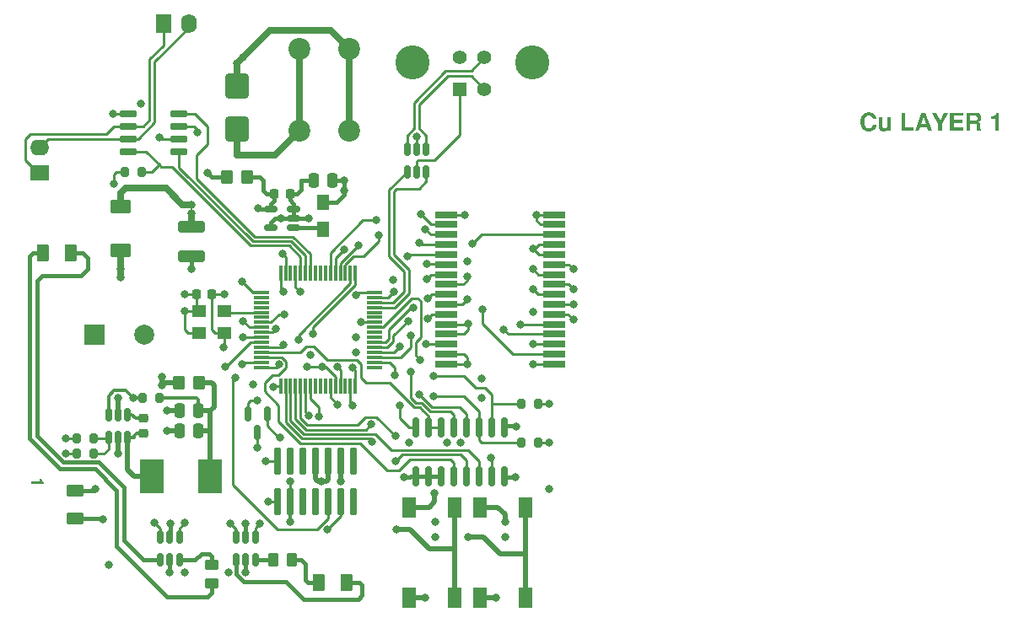
<source format=gbr>
%TF.GenerationSoftware,KiCad,Pcbnew,7.0.9-7.0.9~ubuntu22.04.1*%
%TF.CreationDate,2023-12-22T21:37:50-08:00*%
%TF.ProjectId,IMU-2X,494d552d-3258-42e6-9b69-6361645f7063,2*%
%TF.SameCoordinates,Original*%
%TF.FileFunction,Copper,L1,Top*%
%TF.FilePolarity,Positive*%
%FSLAX46Y46*%
G04 Gerber Fmt 4.6, Leading zero omitted, Abs format (unit mm)*
G04 Created by KiCad (PCBNEW 7.0.9-7.0.9~ubuntu22.04.1) date 2023-12-22 21:37:50*
%MOMM*%
%LPD*%
G01*
G04 APERTURE LIST*
G04 Aperture macros list*
%AMRoundRect*
0 Rectangle with rounded corners*
0 $1 Rounding radius*
0 $2 $3 $4 $5 $6 $7 $8 $9 X,Y pos of 4 corners*
0 Add a 4 corners polygon primitive as box body*
4,1,4,$2,$3,$4,$5,$6,$7,$8,$9,$2,$3,0*
0 Add four circle primitives for the rounded corners*
1,1,$1+$1,$2,$3*
1,1,$1+$1,$4,$5*
1,1,$1+$1,$6,$7*
1,1,$1+$1,$8,$9*
0 Add four rect primitives between the rounded corners*
20,1,$1+$1,$2,$3,$4,$5,0*
20,1,$1+$1,$4,$5,$6,$7,0*
20,1,$1+$1,$6,$7,$8,$9,0*
20,1,$1+$1,$8,$9,$2,$3,0*%
G04 Aperture macros list end*
%ADD10C,0.300000*%
%TA.AperFunction,NonConductor*%
%ADD11C,0.300000*%
%TD*%
%TA.AperFunction,SMDPad,CuDef*%
%ADD12RoundRect,0.150000X-0.150000X0.587500X-0.150000X-0.587500X0.150000X-0.587500X0.150000X0.587500X0*%
%TD*%
%TA.AperFunction,SMDPad,CuDef*%
%ADD13RoundRect,0.250000X0.800000X-0.450000X0.800000X0.450000X-0.800000X0.450000X-0.800000X-0.450000X0*%
%TD*%
%TA.AperFunction,SMDPad,CuDef*%
%ADD14RoundRect,0.150000X0.150000X-0.825000X0.150000X0.825000X-0.150000X0.825000X-0.150000X-0.825000X0*%
%TD*%
%TA.AperFunction,ComponentPad*%
%ADD15C,2.200000*%
%TD*%
%TA.AperFunction,SMDPad,CuDef*%
%ADD16RoundRect,0.250000X0.375000X0.625000X-0.375000X0.625000X-0.375000X-0.625000X0.375000X-0.625000X0*%
%TD*%
%TA.AperFunction,SMDPad,CuDef*%
%ADD17RoundRect,0.150000X-0.150000X0.512500X-0.150000X-0.512500X0.150000X-0.512500X0.150000X0.512500X0*%
%TD*%
%TA.AperFunction,SMDPad,CuDef*%
%ADD18RoundRect,0.200000X-0.200000X-0.275000X0.200000X-0.275000X0.200000X0.275000X-0.200000X0.275000X0*%
%TD*%
%TA.AperFunction,SMDPad,CuDef*%
%ADD19RoundRect,0.150000X0.725000X0.150000X-0.725000X0.150000X-0.725000X-0.150000X0.725000X-0.150000X0*%
%TD*%
%TA.AperFunction,SMDPad,CuDef*%
%ADD20RoundRect,0.225000X-0.250000X0.225000X-0.250000X-0.225000X0.250000X-0.225000X0.250000X0.225000X0*%
%TD*%
%TA.AperFunction,SMDPad,CuDef*%
%ADD21RoundRect,0.250000X0.250000X0.475000X-0.250000X0.475000X-0.250000X-0.475000X0.250000X-0.475000X0*%
%TD*%
%TA.AperFunction,SMDPad,CuDef*%
%ADD22RoundRect,0.250000X0.262500X0.450000X-0.262500X0.450000X-0.262500X-0.450000X0.262500X-0.450000X0*%
%TD*%
%TA.AperFunction,SMDPad,CuDef*%
%ADD23RoundRect,0.250000X-0.350000X-0.450000X0.350000X-0.450000X0.350000X0.450000X-0.350000X0.450000X0*%
%TD*%
%TA.AperFunction,SMDPad,CuDef*%
%ADD24R,1.400000X1.200000*%
%TD*%
%TA.AperFunction,ComponentPad*%
%ADD25R,1.600200X1.905000*%
%TD*%
%TA.AperFunction,ComponentPad*%
%ADD26O,1.600200X1.905000*%
%TD*%
%TA.AperFunction,SMDPad,CuDef*%
%ADD27RoundRect,0.075000X-0.700000X-0.075000X0.700000X-0.075000X0.700000X0.075000X-0.700000X0.075000X0*%
%TD*%
%TA.AperFunction,SMDPad,CuDef*%
%ADD28RoundRect,0.075000X-0.075000X-0.700000X0.075000X-0.700000X0.075000X0.700000X-0.075000X0.700000X0*%
%TD*%
%TA.AperFunction,SMDPad,CuDef*%
%ADD29RoundRect,0.250000X0.900000X-1.000000X0.900000X1.000000X-0.900000X1.000000X-0.900000X-1.000000X0*%
%TD*%
%TA.AperFunction,SMDPad,CuDef*%
%ADD30RoundRect,0.225000X-0.225000X-0.250000X0.225000X-0.250000X0.225000X0.250000X-0.225000X0.250000X0*%
%TD*%
%TA.AperFunction,ComponentPad*%
%ADD31R,1.400000X1.400000*%
%TD*%
%TA.AperFunction,ComponentPad*%
%ADD32C,1.400000*%
%TD*%
%TA.AperFunction,ComponentPad*%
%ADD33C,3.429000*%
%TD*%
%TA.AperFunction,SMDPad,CuDef*%
%ADD34R,1.400000X2.100000*%
%TD*%
%TA.AperFunction,SMDPad,CuDef*%
%ADD35RoundRect,0.250000X-0.375000X-0.625000X0.375000X-0.625000X0.375000X0.625000X-0.375000X0.625000X0*%
%TD*%
%TA.AperFunction,ComponentPad*%
%ADD36R,1.905000X1.600200*%
%TD*%
%TA.AperFunction,ComponentPad*%
%ADD37O,1.905000X1.600200*%
%TD*%
%TA.AperFunction,SMDPad,CuDef*%
%ADD38RoundRect,0.250000X1.100000X-0.325000X1.100000X0.325000X-1.100000X0.325000X-1.100000X-0.325000X0*%
%TD*%
%TA.AperFunction,ComponentPad*%
%ADD39R,2.000000X2.000000*%
%TD*%
%TA.AperFunction,ComponentPad*%
%ADD40C,2.000000*%
%TD*%
%TA.AperFunction,SMDPad,CuDef*%
%ADD41RoundRect,0.162500X-0.162500X1.222500X-0.162500X-1.222500X0.162500X-1.222500X0.162500X1.222500X0*%
%TD*%
%TA.AperFunction,SMDPad,CuDef*%
%ADD42RoundRect,0.250000X0.625000X-0.375000X0.625000X0.375000X-0.625000X0.375000X-0.625000X-0.375000X0*%
%TD*%
%TA.AperFunction,SMDPad,CuDef*%
%ADD43R,2.413000X3.429000*%
%TD*%
%TA.AperFunction,SMDPad,CuDef*%
%ADD44RoundRect,0.150000X0.512500X0.150000X-0.512500X0.150000X-0.512500X-0.150000X0.512500X-0.150000X0*%
%TD*%
%TA.AperFunction,SMDPad,CuDef*%
%ADD45RoundRect,0.200000X0.200000X0.275000X-0.200000X0.275000X-0.200000X-0.275000X0.200000X-0.275000X0*%
%TD*%
%TA.AperFunction,SMDPad,CuDef*%
%ADD46R,1.200000X1.500000*%
%TD*%
%TA.AperFunction,SMDPad,CuDef*%
%ADD47RoundRect,0.250000X0.450000X-0.262500X0.450000X0.262500X-0.450000X0.262500X-0.450000X-0.262500X0*%
%TD*%
%TA.AperFunction,SMDPad,CuDef*%
%ADD48R,2.200000X0.700000*%
%TD*%
%TA.AperFunction,ViaPad*%
%ADD49C,0.812800*%
%TD*%
%TA.AperFunction,Conductor*%
%ADD50C,0.254000*%
%TD*%
%TA.AperFunction,Conductor*%
%ADD51C,0.381000*%
%TD*%
%TA.AperFunction,Conductor*%
%ADD52C,0.508000*%
%TD*%
%TA.AperFunction,Conductor*%
%ADD53C,0.635000*%
%TD*%
%TA.AperFunction,Conductor*%
%ADD54C,0.304800*%
%TD*%
G04 APERTURE END LIST*
D10*
D11*
G36*
X131111721Y-119370299D02*
G01*
X131111721Y-119066624D01*
X131277672Y-119066624D01*
X131277894Y-119086911D01*
X131278559Y-119106670D01*
X131279668Y-119125902D01*
X131281220Y-119144608D01*
X131283215Y-119162786D01*
X131285655Y-119180437D01*
X131288537Y-119197561D01*
X131291863Y-119214158D01*
X131295633Y-119230228D01*
X131299846Y-119245770D01*
X131304502Y-119260786D01*
X131309602Y-119275275D01*
X131315145Y-119289236D01*
X131321132Y-119302670D01*
X131327563Y-119315578D01*
X131334437Y-119327958D01*
X131341754Y-119339811D01*
X131349515Y-119351137D01*
X131357719Y-119361936D01*
X131366367Y-119372208D01*
X131375458Y-119381953D01*
X131384992Y-119391171D01*
X131394971Y-119399862D01*
X131405392Y-119408025D01*
X131416257Y-119415662D01*
X131427566Y-119422772D01*
X131439318Y-119429354D01*
X131451513Y-119435409D01*
X131464152Y-119440938D01*
X131477235Y-119445939D01*
X131490761Y-119450413D01*
X131504730Y-119454360D01*
X131504730Y-119620311D01*
X130237921Y-119620311D01*
X130237921Y-119370299D01*
X131111721Y-119370299D01*
G37*
D10*
D11*
G36*
X214698400Y-82947224D02*
G01*
X214693760Y-82927053D01*
X214688631Y-82907521D01*
X214683015Y-82888630D01*
X214676911Y-82870380D01*
X214670320Y-82852770D01*
X214663240Y-82835800D01*
X214655673Y-82819471D01*
X214647619Y-82803781D01*
X214630046Y-82774324D01*
X214610523Y-82747429D01*
X214589049Y-82723095D01*
X214565624Y-82701322D01*
X214540249Y-82682111D01*
X214512922Y-82665462D01*
X214483645Y-82651374D01*
X214452417Y-82639847D01*
X214419238Y-82630882D01*
X214401917Y-82627360D01*
X214384109Y-82624478D01*
X214365813Y-82622237D01*
X214347028Y-82620636D01*
X214327757Y-82619675D01*
X214307997Y-82619355D01*
X214280532Y-82620020D01*
X214253830Y-82622015D01*
X214227891Y-82625340D01*
X214202716Y-82629995D01*
X214178303Y-82635979D01*
X214154655Y-82643294D01*
X214131769Y-82651938D01*
X214109647Y-82661913D01*
X214088289Y-82673217D01*
X214067693Y-82685852D01*
X214047861Y-82699816D01*
X214028793Y-82715110D01*
X214010488Y-82731734D01*
X213992946Y-82749689D01*
X213976167Y-82768973D01*
X213960152Y-82789586D01*
X213945007Y-82811330D01*
X213930839Y-82834112D01*
X213917648Y-82857932D01*
X213905435Y-82882790D01*
X213894198Y-82908687D01*
X213883939Y-82935621D01*
X213874656Y-82963594D01*
X213866351Y-82992605D01*
X213859023Y-83022654D01*
X213852672Y-83053741D01*
X213847298Y-83085866D01*
X213842901Y-83119030D01*
X213839481Y-83153232D01*
X213838137Y-83170722D01*
X213837038Y-83188471D01*
X213836183Y-83206481D01*
X213835573Y-83224749D01*
X213835206Y-83243278D01*
X213835084Y-83262065D01*
X213835202Y-83280557D01*
X213835557Y-83298795D01*
X213836149Y-83316778D01*
X213836977Y-83334506D01*
X213838042Y-83351980D01*
X213840882Y-83386165D01*
X213844668Y-83419332D01*
X213849401Y-83451481D01*
X213855080Y-83482612D01*
X213861706Y-83512726D01*
X213869279Y-83541821D01*
X213877798Y-83569899D01*
X213887263Y-83596959D01*
X213897675Y-83623001D01*
X213909034Y-83648026D01*
X213921339Y-83672033D01*
X213934591Y-83695021D01*
X213948790Y-83716992D01*
X213956244Y-83727596D01*
X213971818Y-83747895D01*
X213988142Y-83766884D01*
X214005215Y-83784563D01*
X214023039Y-83800933D01*
X214041612Y-83815993D01*
X214060935Y-83829743D01*
X214081008Y-83842184D01*
X214101831Y-83853316D01*
X214123403Y-83863137D01*
X214145725Y-83871650D01*
X214168797Y-83878852D01*
X214192619Y-83884745D01*
X214217190Y-83889329D01*
X214242512Y-83892603D01*
X214268583Y-83894567D01*
X214295404Y-83895222D01*
X214317007Y-83894851D01*
X214338063Y-83893736D01*
X214358574Y-83891879D01*
X214378538Y-83889278D01*
X214397956Y-83885935D01*
X214416828Y-83881848D01*
X214435154Y-83877019D01*
X214452933Y-83871446D01*
X214470166Y-83865131D01*
X214486853Y-83858072D01*
X214502994Y-83850271D01*
X214518588Y-83841726D01*
X214533636Y-83832439D01*
X214548138Y-83822408D01*
X214562094Y-83811635D01*
X214575504Y-83800118D01*
X214588299Y-83787918D01*
X214600413Y-83775094D01*
X214611845Y-83761645D01*
X214622594Y-83747572D01*
X214632662Y-83732875D01*
X214642048Y-83717554D01*
X214650752Y-83701608D01*
X214658774Y-83685038D01*
X214666114Y-83667844D01*
X214672772Y-83650026D01*
X214678748Y-83631583D01*
X214684043Y-83612516D01*
X214688655Y-83592825D01*
X214692585Y-83572510D01*
X214695834Y-83551570D01*
X214698400Y-83530006D01*
X215063616Y-83530006D01*
X215062316Y-83549422D01*
X215060639Y-83568586D01*
X215058587Y-83587498D01*
X215056159Y-83606158D01*
X215053356Y-83624567D01*
X215050176Y-83642723D01*
X215046621Y-83660628D01*
X215042690Y-83678280D01*
X215038384Y-83695681D01*
X215033701Y-83712830D01*
X215028643Y-83729726D01*
X215023209Y-83746371D01*
X215017400Y-83762764D01*
X215004654Y-83794795D01*
X214990404Y-83825817D01*
X214974652Y-83855833D01*
X214957397Y-83884840D01*
X214938639Y-83912840D01*
X214918378Y-83939832D01*
X214896613Y-83965817D01*
X214873346Y-83990794D01*
X214848576Y-84014763D01*
X214835628Y-84026370D01*
X214822391Y-84037671D01*
X214808899Y-84048614D01*
X214781148Y-84069423D01*
X214752376Y-84088797D01*
X214737608Y-84097946D01*
X214722584Y-84106736D01*
X214707304Y-84115167D01*
X214691769Y-84123239D01*
X214675979Y-84130953D01*
X214659934Y-84138308D01*
X214643634Y-84145304D01*
X214627078Y-84151942D01*
X214610267Y-84158220D01*
X214593200Y-84164140D01*
X214575878Y-84169701D01*
X214558301Y-84174903D01*
X214540469Y-84179747D01*
X214522381Y-84184231D01*
X214504038Y-84188357D01*
X214485440Y-84192124D01*
X214466586Y-84195533D01*
X214447477Y-84198582D01*
X214428113Y-84201273D01*
X214408494Y-84203605D01*
X214388619Y-84205579D01*
X214368489Y-84207193D01*
X214348104Y-84208449D01*
X214327463Y-84209346D01*
X214306567Y-84209884D01*
X214285416Y-84210063D01*
X214261820Y-84209813D01*
X214238532Y-84209062D01*
X214215551Y-84207811D01*
X214192877Y-84206060D01*
X214170510Y-84203808D01*
X214148450Y-84201056D01*
X214126696Y-84197803D01*
X214105250Y-84194050D01*
X214084111Y-84189796D01*
X214063280Y-84185042D01*
X214042755Y-84179788D01*
X214022537Y-84174033D01*
X214002626Y-84167778D01*
X213983022Y-84161022D01*
X213963725Y-84153766D01*
X213944736Y-84146009D01*
X213926053Y-84137752D01*
X213907677Y-84128995D01*
X213889609Y-84119737D01*
X213871847Y-84109979D01*
X213854393Y-84099720D01*
X213837245Y-84088961D01*
X213820405Y-84077702D01*
X213803871Y-84065942D01*
X213787645Y-84053682D01*
X213771726Y-84040921D01*
X213756113Y-84027660D01*
X213740808Y-84013898D01*
X213725810Y-83999636D01*
X213711119Y-83984874D01*
X213696735Y-83969611D01*
X213682657Y-83953848D01*
X213668951Y-83937654D01*
X213655681Y-83921101D01*
X213642845Y-83904189D01*
X213630444Y-83886917D01*
X213618478Y-83869285D01*
X213606948Y-83851294D01*
X213595853Y-83832943D01*
X213585192Y-83814232D01*
X213574967Y-83795162D01*
X213565177Y-83775732D01*
X213555822Y-83755942D01*
X213546903Y-83735793D01*
X213538418Y-83715284D01*
X213530368Y-83694416D01*
X213522754Y-83673188D01*
X213515575Y-83651600D01*
X213508830Y-83629653D01*
X213502521Y-83607346D01*
X213496647Y-83584679D01*
X213491208Y-83561653D01*
X213486204Y-83538267D01*
X213481636Y-83514522D01*
X213477502Y-83490417D01*
X213473804Y-83465952D01*
X213470540Y-83441128D01*
X213467712Y-83415944D01*
X213465319Y-83390401D01*
X213463361Y-83364497D01*
X213461838Y-83338235D01*
X213460750Y-83311612D01*
X213460098Y-83284630D01*
X213459880Y-83257289D01*
X213460100Y-83229785D01*
X213460759Y-83202644D01*
X213461857Y-83175865D01*
X213463395Y-83149449D01*
X213465372Y-83123394D01*
X213467789Y-83097702D01*
X213470644Y-83072372D01*
X213473939Y-83047403D01*
X213477674Y-83022798D01*
X213481848Y-82998554D01*
X213486461Y-82974672D01*
X213491514Y-82951153D01*
X213497005Y-82927996D01*
X213502937Y-82905201D01*
X213509307Y-82882768D01*
X213516117Y-82860697D01*
X213523367Y-82838989D01*
X213531055Y-82817642D01*
X213539183Y-82796658D01*
X213547751Y-82776036D01*
X213556757Y-82755776D01*
X213566204Y-82735879D01*
X213576089Y-82716343D01*
X213586414Y-82697170D01*
X213597178Y-82678359D01*
X213608381Y-82659910D01*
X213620024Y-82641823D01*
X213632106Y-82624098D01*
X213644628Y-82606736D01*
X213657589Y-82589735D01*
X213670989Y-82573097D01*
X213684829Y-82556821D01*
X213699071Y-82540978D01*
X213713626Y-82525637D01*
X213728493Y-82510800D01*
X213743672Y-82496465D01*
X213759163Y-82482634D01*
X213774966Y-82469305D01*
X213791081Y-82456479D01*
X213807508Y-82444157D01*
X213824248Y-82432337D01*
X213841299Y-82421020D01*
X213858663Y-82410207D01*
X213876339Y-82399896D01*
X213894327Y-82390088D01*
X213912627Y-82380783D01*
X213931240Y-82371981D01*
X213950164Y-82363682D01*
X213969401Y-82355886D01*
X213988949Y-82348593D01*
X214008810Y-82341803D01*
X214028983Y-82335516D01*
X214049468Y-82329732D01*
X214070265Y-82324451D01*
X214091374Y-82319673D01*
X214112796Y-82315398D01*
X214134529Y-82311625D01*
X214156575Y-82308356D01*
X214178933Y-82305590D01*
X214201603Y-82303326D01*
X214224585Y-82301566D01*
X214247879Y-82300309D01*
X214271485Y-82299554D01*
X214295404Y-82299303D01*
X214315456Y-82299471D01*
X214335281Y-82299978D01*
X214354879Y-82300822D01*
X214374250Y-82302003D01*
X214393393Y-82303522D01*
X214412309Y-82305379D01*
X214430997Y-82307573D01*
X214449459Y-82310105D01*
X214467693Y-82312974D01*
X214485699Y-82316181D01*
X214503479Y-82319726D01*
X214521031Y-82323608D01*
X214538356Y-82327828D01*
X214555453Y-82332385D01*
X214572323Y-82337280D01*
X214588966Y-82342512D01*
X214621570Y-82353989D01*
X214653264Y-82366817D01*
X214684049Y-82380995D01*
X214713925Y-82396523D01*
X214742892Y-82413402D01*
X214770950Y-82431631D01*
X214798098Y-82451210D01*
X214824337Y-82472140D01*
X214849465Y-82494199D01*
X214873171Y-82517276D01*
X214895456Y-82541371D01*
X214916319Y-82566483D01*
X214935761Y-82592614D01*
X214953782Y-82619762D01*
X214970380Y-82647928D01*
X214985557Y-82677112D01*
X214999313Y-82707314D01*
X215011647Y-82738533D01*
X215022560Y-82770771D01*
X215032051Y-82804026D01*
X215036263Y-82821035D01*
X215040120Y-82838299D01*
X215043622Y-82855817D01*
X215046768Y-82873589D01*
X215049559Y-82891616D01*
X215051995Y-82909898D01*
X215054075Y-82928434D01*
X215055800Y-82947224D01*
X214698400Y-82947224D01*
G37*
G36*
X216524914Y-84152741D02*
G01*
X216174897Y-84152741D01*
X216174897Y-83992497D01*
X216156317Y-84018843D01*
X216136838Y-84043489D01*
X216116460Y-84066436D01*
X216095183Y-84087682D01*
X216073007Y-84107229D01*
X216049931Y-84125077D01*
X216025957Y-84141224D01*
X216001083Y-84155672D01*
X215975311Y-84168420D01*
X215948639Y-84179468D01*
X215921068Y-84188817D01*
X215892599Y-84196465D01*
X215863230Y-84202415D01*
X215832962Y-84206664D01*
X215801795Y-84209213D01*
X215769729Y-84210063D01*
X215743234Y-84209585D01*
X215717489Y-84208150D01*
X215692493Y-84205758D01*
X215668247Y-84202409D01*
X215644751Y-84198104D01*
X215622005Y-84192842D01*
X215600008Y-84186623D01*
X215578762Y-84179448D01*
X215558265Y-84171315D01*
X215538518Y-84162226D01*
X215519520Y-84152181D01*
X215501273Y-84141178D01*
X215483775Y-84129219D01*
X215467027Y-84116303D01*
X215451029Y-84102430D01*
X215435780Y-84087601D01*
X215421372Y-84071901D01*
X215407893Y-84055418D01*
X215395343Y-84038151D01*
X215383723Y-84020100D01*
X215373033Y-84001266D01*
X215363272Y-83981647D01*
X215354441Y-83961245D01*
X215346539Y-83940060D01*
X215339567Y-83918090D01*
X215333525Y-83895337D01*
X215328412Y-83871801D01*
X215324229Y-83847480D01*
X215320975Y-83822376D01*
X215318651Y-83796488D01*
X215317257Y-83769817D01*
X215316792Y-83742361D01*
X215316792Y-82802180D01*
X215667243Y-82802180D01*
X215667243Y-83669839D01*
X215668122Y-83699235D01*
X215670758Y-83726735D01*
X215675151Y-83752337D01*
X215681302Y-83776044D01*
X215689211Y-83797854D01*
X215698876Y-83817767D01*
X215710300Y-83835784D01*
X215723480Y-83851904D01*
X215738418Y-83866128D01*
X215755114Y-83878455D01*
X215773566Y-83888886D01*
X215793777Y-83897421D01*
X215815744Y-83904058D01*
X215839469Y-83908800D01*
X215864952Y-83911644D01*
X215892192Y-83912593D01*
X215915688Y-83911955D01*
X215938298Y-83910043D01*
X215960023Y-83906856D01*
X215980863Y-83902394D01*
X216000817Y-83896658D01*
X216019886Y-83889646D01*
X216038069Y-83881360D01*
X216055366Y-83871799D01*
X216071778Y-83860963D01*
X216087305Y-83848853D01*
X216097164Y-83840071D01*
X216111056Y-83826053D01*
X216123581Y-83811195D01*
X216134740Y-83795498D01*
X216144533Y-83778962D01*
X216152959Y-83761585D01*
X216160019Y-83743369D01*
X216165712Y-83724313D01*
X216170039Y-83704417D01*
X216173000Y-83683682D01*
X216174594Y-83662107D01*
X216174897Y-83647257D01*
X216174897Y-82802180D01*
X216524914Y-82802180D01*
X216524914Y-84152741D01*
G37*
G36*
X217946259Y-82329267D02*
G01*
X217946259Y-83840071D01*
X218819130Y-83840071D01*
X218819130Y-84152741D01*
X217571055Y-84152741D01*
X217571055Y-82329267D01*
X217946259Y-82329267D01*
G37*
G36*
X220630009Y-84152741D02*
G01*
X220244818Y-84152741D01*
X220124961Y-83784919D01*
X219441864Y-83784919D01*
X219319401Y-84152741D01*
X218936815Y-84152741D01*
X219178447Y-83472249D01*
X219546956Y-83472249D01*
X220022040Y-83472249D01*
X219784498Y-82759622D01*
X219546956Y-83472249D01*
X219178447Y-83472249D01*
X219584302Y-82329267D01*
X219999893Y-82329267D01*
X220630009Y-84152741D01*
G37*
G36*
X221650964Y-83477460D02*
G01*
X221650964Y-84152741D01*
X221275760Y-84152741D01*
X221275760Y-83477460D01*
X220670396Y-82329267D01*
X221088158Y-82329267D01*
X221460756Y-83134826D01*
X221808167Y-82329267D01*
X222228534Y-82329267D01*
X221650964Y-83477460D01*
G37*
G36*
X222820436Y-83367157D02*
G01*
X222820436Y-83840071D01*
X223808386Y-83840071D01*
X223808386Y-84152741D01*
X222445232Y-84152741D01*
X222445232Y-82329267D01*
X223763223Y-82329267D01*
X223763223Y-82641937D01*
X222820436Y-82641937D01*
X222820436Y-83054487D01*
X223693306Y-83054487D01*
X223693306Y-83367157D01*
X222820436Y-83367157D01*
G37*
G36*
X225095988Y-82329453D02*
G01*
X225121487Y-82330433D01*
X225146299Y-82332252D01*
X225170423Y-82334911D01*
X225193861Y-82338410D01*
X225216611Y-82342749D01*
X225238675Y-82347927D01*
X225260051Y-82353944D01*
X225280740Y-82360802D01*
X225300743Y-82368499D01*
X225320058Y-82377036D01*
X225338591Y-82386178D01*
X225356246Y-82395855D01*
X225373024Y-82406066D01*
X225388923Y-82416812D01*
X225403945Y-82428092D01*
X225418088Y-82439906D01*
X225431354Y-82452254D01*
X225443742Y-82465137D01*
X225455252Y-82478554D01*
X225465884Y-82492506D01*
X225472485Y-82502104D01*
X225484848Y-82521456D01*
X225496315Y-82540862D01*
X225506887Y-82560322D01*
X225516563Y-82579837D01*
X225525343Y-82599406D01*
X225533228Y-82619029D01*
X225540216Y-82638707D01*
X225546310Y-82658439D01*
X225551602Y-82678191D01*
X225556189Y-82698147D01*
X225560070Y-82718306D01*
X225563246Y-82738669D01*
X225565716Y-82759236D01*
X225567480Y-82780006D01*
X225568539Y-82800979D01*
X225568891Y-82822156D01*
X225568591Y-82842579D01*
X225567689Y-82862590D01*
X225566185Y-82882192D01*
X225564081Y-82901382D01*
X225561375Y-82920162D01*
X225558067Y-82938532D01*
X225554158Y-82956491D01*
X225549648Y-82974040D01*
X225544537Y-82991178D01*
X225538824Y-83007906D01*
X225532510Y-83024223D01*
X225518077Y-83055626D01*
X225501239Y-83085386D01*
X225481996Y-83113505D01*
X225460347Y-83139981D01*
X225436293Y-83164816D01*
X225423364Y-83176617D01*
X225409833Y-83188008D01*
X225395702Y-83198989D01*
X225380968Y-83209559D01*
X225365634Y-83219718D01*
X225349698Y-83229467D01*
X225333161Y-83238805D01*
X225316022Y-83247733D01*
X225298282Y-83256250D01*
X225279941Y-83264357D01*
X225260998Y-83272054D01*
X225277385Y-83278825D01*
X225296323Y-83286794D01*
X225313543Y-83294211D01*
X225331940Y-83302384D01*
X225347863Y-83309763D01*
X225361313Y-83316348D01*
X225377653Y-83325739D01*
X225392038Y-83336183D01*
X225406507Y-83348704D01*
X225418975Y-83361091D01*
X225427321Y-83370197D01*
X225439230Y-83383943D01*
X225451116Y-83399323D01*
X225460841Y-83413997D01*
X225469309Y-83429902D01*
X225472485Y-83437508D01*
X225478130Y-83455611D01*
X225482364Y-83473286D01*
X225485893Y-83490696D01*
X225489421Y-83510546D01*
X225492244Y-83528181D01*
X225495067Y-83547377D01*
X225497747Y-83567319D01*
X225500142Y-83587193D01*
X225502252Y-83607000D01*
X225504078Y-83626738D01*
X225505618Y-83646409D01*
X225506873Y-83666012D01*
X225507843Y-83685547D01*
X225508529Y-83705015D01*
X225509180Y-83725615D01*
X225509832Y-83748549D01*
X225510320Y-83767282D01*
X225510809Y-83787328D01*
X225511297Y-83808687D01*
X225511786Y-83831358D01*
X225512274Y-83855343D01*
X225512763Y-83880640D01*
X225513089Y-83898235D01*
X225513414Y-83916413D01*
X225513740Y-83935174D01*
X225514446Y-83954349D01*
X225516564Y-83972462D01*
X225520095Y-83989514D01*
X225526999Y-84010599D01*
X225536414Y-84029798D01*
X225548339Y-84047111D01*
X225562775Y-84062538D01*
X225579721Y-84076078D01*
X225594079Y-84084995D01*
X225594079Y-84152741D01*
X225191082Y-84152741D01*
X225182763Y-84136537D01*
X225175177Y-84120496D01*
X225166725Y-84100675D01*
X225159418Y-84081107D01*
X225153256Y-84061794D01*
X225148239Y-84042736D01*
X225145050Y-84027673D01*
X225141797Y-84007291D01*
X225139592Y-83988604D01*
X225137740Y-83967800D01*
X225136240Y-83944879D01*
X225135347Y-83926299D01*
X225134652Y-83906528D01*
X225134156Y-83885566D01*
X225133858Y-83863414D01*
X225133759Y-83840071D01*
X225133793Y-83821798D01*
X225133931Y-83800388D01*
X225134175Y-83780568D01*
X225134525Y-83762339D01*
X225135084Y-83742563D01*
X225135797Y-83725077D01*
X225135930Y-83722385D01*
X225136946Y-83704244D01*
X225137801Y-83684682D01*
X225138330Y-83666368D01*
X225138536Y-83647257D01*
X225138051Y-83626319D01*
X225136597Y-83606494D01*
X225134173Y-83587785D01*
X225130780Y-83570189D01*
X225124748Y-83548462D01*
X225116993Y-83528717D01*
X225107513Y-83510953D01*
X225096311Y-83495170D01*
X225083385Y-83481369D01*
X225068647Y-83469257D01*
X225051792Y-83458760D01*
X225032820Y-83449878D01*
X225011731Y-83442611D01*
X224994525Y-83438220D01*
X224976128Y-83434738D01*
X224956541Y-83432164D01*
X224935762Y-83430499D01*
X224913793Y-83429742D01*
X224906205Y-83429691D01*
X224475850Y-83429691D01*
X224475850Y-84152741D01*
X224100646Y-84152741D01*
X224100646Y-82641937D01*
X224475850Y-82641937D01*
X224475850Y-83117021D01*
X224928352Y-83117021D01*
X224952680Y-83116605D01*
X224975833Y-83115357D01*
X224997810Y-83113277D01*
X225018611Y-83110365D01*
X225038237Y-83106621D01*
X225056688Y-83102044D01*
X225073962Y-83096636D01*
X225095167Y-83088131D01*
X225114281Y-83078146D01*
X225127245Y-83069687D01*
X225142818Y-83056191D01*
X225156314Y-83039587D01*
X225167734Y-83019875D01*
X225174936Y-83003052D01*
X225180970Y-82984481D01*
X225185836Y-82964162D01*
X225189535Y-82942094D01*
X225192065Y-82918279D01*
X225193428Y-82892716D01*
X225193688Y-82874702D01*
X225193115Y-82849230D01*
X225191398Y-82825415D01*
X225188535Y-82803256D01*
X225184527Y-82782754D01*
X225179375Y-82763908D01*
X225173077Y-82746718D01*
X225162899Y-82726376D01*
X225150685Y-82708978D01*
X225136436Y-82694525D01*
X225128548Y-82688403D01*
X225111171Y-82677513D01*
X225091608Y-82668074D01*
X225069861Y-82660088D01*
X225052117Y-82655051D01*
X225033144Y-82650831D01*
X225012942Y-82647427D01*
X224991511Y-82644841D01*
X224968850Y-82643071D01*
X224944961Y-82642118D01*
X224928352Y-82641937D01*
X224475850Y-82641937D01*
X224100646Y-82641937D01*
X224100646Y-82329267D01*
X225078608Y-82329267D01*
X225095988Y-82329453D01*
G37*
G36*
X226983289Y-82929419D02*
G01*
X226558144Y-82929419D01*
X226558144Y-82697088D01*
X226586545Y-82696778D01*
X226614209Y-82695847D01*
X226641134Y-82694294D01*
X226667321Y-82692121D01*
X226692770Y-82689328D01*
X226717482Y-82685913D01*
X226741455Y-82681877D01*
X226764691Y-82677221D01*
X226787189Y-82671943D01*
X226808949Y-82666045D01*
X226829971Y-82659526D01*
X226850255Y-82652386D01*
X226869801Y-82644626D01*
X226888609Y-82636244D01*
X226906679Y-82627241D01*
X226924012Y-82617618D01*
X226940606Y-82607374D01*
X226956463Y-82596509D01*
X226971581Y-82585023D01*
X226985962Y-82572916D01*
X226999605Y-82560188D01*
X227012510Y-82546840D01*
X227024677Y-82532870D01*
X227036106Y-82518280D01*
X227046797Y-82503069D01*
X227056750Y-82487237D01*
X227065966Y-82470784D01*
X227074443Y-82453711D01*
X227082183Y-82436016D01*
X227089185Y-82417701D01*
X227095448Y-82398764D01*
X227100974Y-82379207D01*
X227333305Y-82379207D01*
X227333305Y-84152741D01*
X226983289Y-84152741D01*
X226983289Y-82929419D01*
G37*
D12*
%TO.P,U8,1,~{RST}*%
%TO.N,/~{T_NRST}*%
X153900000Y-112602500D03*
%TO.P,U8,2,VDD*%
%TO.N,+3V3*%
X152000000Y-112602500D03*
%TO.P,U8,3,VSS*%
%TO.N,GND*%
X152950000Y-114477500D03*
%TD*%
D13*
%TO.P,D2,1,K*%
%TO.N,/Power Supply/V_{BAT_MON}*%
X139192000Y-96180000D03*
%TO.P,D2,2,A*%
%TO.N,/V_{BAT}*%
X139192000Y-91780000D03*
%TD*%
D14*
%TO.P,U9,1,VCCA*%
%TO.N,+3V3*%
X168795000Y-118855000D03*
%TO.P,U9,2,1DIR*%
X170065000Y-118855000D03*
%TO.P,U9,3,2DIR*%
X171335000Y-118855000D03*
%TO.P,U9,4,1A1*%
%TO.N,/FSYNC_TDK_ST*%
X172605000Y-118855000D03*
%TO.P,U9,5,1A2*%
%TO.N,/MOSI_TDK_ST*%
X173875000Y-118855000D03*
%TO.P,U9,6,2A1*%
%TO.N,/SCK_TDK_ST*%
X175145000Y-118855000D03*
%TO.P,U9,7,2A2*%
%TO.N,/~{CS_TDK_ST}*%
X176415000Y-118855000D03*
%TO.P,U9,8,GND*%
%TO.N,GND*%
X177685000Y-118855000D03*
%TO.P,U9,9,GND*%
X177685000Y-113905000D03*
%TO.P,U9,10,2B2*%
%TO.N,/~{CS_TDK}*%
X176415000Y-113905000D03*
%TO.P,U9,11,2B1*%
%TO.N,/SCK_TDK*%
X175145000Y-113905000D03*
%TO.P,U9,12,1B2*%
%TO.N,/MOSI_TDK*%
X173875000Y-113905000D03*
%TO.P,U9,13,1B1*%
%TO.N,/FSYNC_TDK*%
X172605000Y-113905000D03*
%TO.P,U9,14,2~{OE}*%
%TO.N,/~{TDK_EN}*%
X171335000Y-113905000D03*
%TO.P,U9,15,1~{OE}*%
X170065000Y-113905000D03*
%TO.P,U9,16,VCCB*%
%TO.N,Net-(U12-VDD)*%
X168795000Y-113905000D03*
%TD*%
D15*
%TO.P,J2,1,Pin_1*%
%TO.N,/V_{BAT}*%
X162178500Y-75910500D03*
%TO.P,J2,2,Pin_2*%
%TO.N,GND*%
X157178500Y-75910500D03*
%TO.P,J2,3,Pin_3*%
%TO.N,/V_{BAT}*%
X162178500Y-84110500D03*
%TO.P,J2,4,Pin_4*%
%TO.N,GND*%
X157178500Y-84110500D03*
%TD*%
D16*
%TO.P,D3,1,KA*%
%TO.N,Net-(D3-KA)*%
X134242000Y-96393000D03*
%TO.P,D3,2,AK*%
%TO.N,Net-(D3-AK)*%
X131442000Y-96393000D03*
%TD*%
D17*
%TO.P,U11,1*%
%TO.N,/LED2_RED*%
X152715000Y-124973500D03*
%TO.P,U11,2,GND*%
%TO.N,GND*%
X151765000Y-124973500D03*
%TO.P,U11,3*%
%TO.N,/LED2_GRN*%
X150815000Y-124973500D03*
%TO.P,U11,4*%
%TO.N,Net-(D5-AK)*%
X150815000Y-127248500D03*
%TO.P,U11,5,VCC*%
%TO.N,+3V3*%
X151765000Y-127248500D03*
%TO.P,U11,6*%
%TO.N,Net-(R9-Pad2)*%
X152715000Y-127248500D03*
%TD*%
D18*
%TO.P,R5,1*%
%TO.N,/~{CS_TDK}*%
X179445000Y-111570000D03*
%TO.P,R5,2*%
%TO.N,GND*%
X181095000Y-111570000D03*
%TD*%
D19*
%TO.P,U1,1,TXD*%
%TO.N,/FDCAN_TX*%
X145069000Y-86233000D03*
%TO.P,U1,2,VSS*%
%TO.N,GND*%
X145069000Y-84963000D03*
%TO.P,U1,3,VDD*%
%TO.N,+5V*%
X145069000Y-83693000D03*
%TO.P,U1,4,RXD*%
%TO.N,/FDCAN_RX*%
X145069000Y-82423000D03*
%TO.P,U1,5,VIO*%
%TO.N,+3V3*%
X139919000Y-82423000D03*
%TO.P,U1,6,CANL*%
%TO.N,/CAN_L*%
X139919000Y-83693000D03*
%TO.P,U1,7,CANH*%
%TO.N,/CAN_H*%
X139919000Y-84963000D03*
%TO.P,U1,8,STBY*%
%TO.N,/FDCAN_STBY*%
X139919000Y-86233000D03*
%TD*%
D18*
%TO.P,R8,1*%
%TO.N,GND*%
X134811000Y-116586000D03*
%TO.P,R8,2*%
%TO.N,Net-(U7-EN)*%
X136461000Y-116586000D03*
%TD*%
D20*
%TO.P,C7,1*%
%TO.N,Net-(U7-CB)*%
X141478000Y-113017000D03*
%TO.P,C7,2*%
%TO.N,Net-(U7-SW)*%
X141478000Y-114567000D03*
%TD*%
D18*
%TO.P,R7,1*%
%TO.N,/SCK_TDK*%
X179435000Y-115470000D03*
%TO.P,R7,2*%
%TO.N,GND*%
X181085000Y-115470000D03*
%TD*%
D17*
%TO.P,U2,1,I/O1*%
%TO.N,/USB_D-*%
X169860000Y-85984500D03*
%TO.P,U2,2,GND*%
%TO.N,GND*%
X168910000Y-85984500D03*
%TO.P,U2,3,I/O2*%
%TO.N,/USB_D+*%
X167960000Y-85984500D03*
%TO.P,U2,4,I/O2*%
%TO.N,/ST_USB_D+*%
X167960000Y-88259500D03*
%TO.P,U2,5,VBUS*%
%TO.N,Net-(J3-VBUS)*%
X168910000Y-88259500D03*
%TO.P,U2,6,I/O1*%
%TO.N,/ST_USB_D-*%
X169860000Y-88259500D03*
%TD*%
D21*
%TO.P,C6,1*%
%TO.N,Net-(C6-Pad1)*%
X147000000Y-112268000D03*
%TO.P,C6,2*%
%TO.N,GND*%
X145100000Y-112268000D03*
%TD*%
%TO.P,C1,1*%
%TO.N,+3V3*%
X160462000Y-89154000D03*
%TO.P,C1,2*%
%TO.N,GND*%
X158562000Y-89154000D03*
%TD*%
D17*
%TO.P,U10,1*%
%TO.N,/LED1_GRN*%
X145095000Y-124973500D03*
%TO.P,U10,2,GND*%
%TO.N,GND*%
X144145000Y-124973500D03*
%TO.P,U10,3*%
%TO.N,/LED1_RED*%
X143195000Y-124973500D03*
%TO.P,U10,4*%
%TO.N,Net-(D3-KA)*%
X143195000Y-127248500D03*
%TO.P,U10,5,VCC*%
%TO.N,+3V3*%
X144145000Y-127248500D03*
%TO.P,U10,6*%
%TO.N,Net-(R10-Pad2)*%
X145095000Y-127248500D03*
%TD*%
D22*
%TO.P,R9,1*%
%TO.N,Net-(D5-KA)*%
X156360500Y-127254000D03*
%TO.P,R9,2*%
%TO.N,Net-(R9-Pad2)*%
X154535500Y-127254000D03*
%TD*%
D23*
%TO.P,R2,1*%
%TO.N,+5V*%
X149876000Y-88773000D03*
%TO.P,R2,2*%
%TO.N,Net-(U3-VOUT)*%
X151876000Y-88773000D03*
%TD*%
D24*
%TO.P,U5,1,EN*%
%TO.N,+3V3*%
X147066000Y-104478000D03*
%TO.P,U5,2,GND*%
%TO.N,GND*%
X149606000Y-104478000D03*
%TO.P,U5,3,OUT*%
%TO.N,Net-(U5-OUT)*%
X149606000Y-102278000D03*
%TO.P,U5,4,V_{DD}*%
%TO.N,+3V3*%
X147066000Y-102278000D03*
%TD*%
D25*
%TO.P,J1,1,Pin_1*%
%TO.N,/CAN_L*%
X143510000Y-73406000D03*
D26*
%TO.P,J1,2,Pin_2*%
%TO.N,/CAN_H*%
X146050000Y-73406000D03*
%TD*%
D27*
%TO.P,U6,1,VBAT*%
%TO.N,GND*%
X153329000Y-100390000D03*
%TO.P,U6,2,PC13/GPIO_OUT*%
%TO.N,unconnected-(U6-PC13{slash}GPIO_OUT-Pad2)*%
X153329000Y-100890000D03*
%TO.P,U6,3,PC14/GPIO_OUT*%
%TO.N,unconnected-(U6-PC14{slash}GPIO_OUT-Pad3)*%
X153329000Y-101390000D03*
%TO.P,U6,4,PC15/GPIO_OUT*%
%TO.N,unconnected-(U6-PC15{slash}GPIO_OUT-Pad4)*%
X153329000Y-101890000D03*
%TO.P,U6,5,PF0/RCC_OSC_IN*%
%TO.N,Net-(U5-OUT)*%
X153329000Y-102390000D03*
%TO.P,U6,6,PF1/RCC_OSC_OUT*%
%TO.N,unconnected-(U6-PF1{slash}RCC_OSC_OUT-Pad6)*%
X153329000Y-102890000D03*
%TO.P,U6,7,PG10/~{NRST}*%
%TO.N,/~{T_NRST}*%
X153329000Y-103390000D03*
%TO.P,U6,8,PC0/GPIO_OUT*%
%TO.N,/LED1_GRN*%
X153329000Y-103890000D03*
%TO.P,U6,9,PC1/GPIO_OUT*%
%TO.N,/LED1_RED*%
X153329000Y-104390000D03*
%TO.P,U6,10,PC2/GPIO_OUT*%
%TO.N,/LED2_GRN*%
X153329000Y-104890000D03*
%TO.P,U6,11,PC3/GPIO_OUT*%
%TO.N,/LED2_RED*%
X153329000Y-105390000D03*
%TO.P,U6,12,PA0/GPIO_IN*%
%TO.N,/INT_TDK*%
X153329000Y-105890000D03*
%TO.P,U6,13,PA1/GPIO_OUT*%
%TO.N,/~{TDK_EN}*%
X153329000Y-106390000D03*
%TO.P,U6,14,PA2/GPIO_OUT*%
%TO.N,/FSYNC_TDK_ST*%
X153329000Y-106890000D03*
%TO.P,U6,15,VSS*%
%TO.N,GND*%
X153329000Y-107390000D03*
%TO.P,U6,16,VDD*%
%TO.N,+3V3*%
X153329000Y-107890000D03*
D28*
%TO.P,U6,17,PA3/GPIO_OUT*%
%TO.N,/~{RESET_UNO}*%
X155254000Y-109815000D03*
%TO.P,U6,18,PA4/~{SPI1_NSS}*%
%TO.N,/~{CS_TDK_ST}*%
X155754000Y-109815000D03*
%TO.P,U6,19,PA5/SPI1_SCK*%
%TO.N,/SCK_TDK_ST*%
X156254000Y-109815000D03*
%TO.P,U6,20,PA6/SPI1_MISO*%
%TO.N,/MISO_TDK*%
X156754000Y-109815000D03*
%TO.P,U6,21,PA7/SPI1_MOSI*%
%TO.N,/MOSI_TDK_ST*%
X157254000Y-109815000D03*
%TO.P,U6,22,PC4/USART1_TX*%
%TO.N,/T_VCP_TX*%
X157754000Y-109815000D03*
%TO.P,U6,23,PC5/USART1_RX*%
%TO.N,/T_VCP_RX*%
X158254000Y-109815000D03*
%TO.P,U6,24,PB0/GPIO_OUT*%
%TO.N,unconnected-(U6-PB0{slash}GPIO_OUT-Pad24)*%
X158754000Y-109815000D03*
%TO.P,U6,25,PB1/GPIO_OUT*%
%TO.N,unconnected-(U6-PB1{slash}GPIO_OUT-Pad25)*%
X159254000Y-109815000D03*
%TO.P,U6,26,PB2/GPIO_OUT*%
%TO.N,unconnected-(U6-PB2{slash}GPIO_OUT-Pad26)*%
X159754000Y-109815000D03*
%TO.P,U6,27,VSSA*%
%TO.N,GND*%
X160254000Y-109815000D03*
%TO.P,U6,28,VREF+/VREFBUF_OUT*%
%TO.N,Net-(U6-VREF+{slash}VREFBUF_OUT)*%
X160754000Y-109815000D03*
%TO.P,U6,29,VDDA*%
%TO.N,+3V3*%
X161254000Y-109815000D03*
%TO.P,U6,30,PB10/GPIO_OUT*%
%TO.N,unconnected-(U6-PB10{slash}GPIO_OUT-Pad30)*%
X161754000Y-109815000D03*
%TO.P,U6,31,VSS*%
%TO.N,GND*%
X162254000Y-109815000D03*
%TO.P,U6,32,VDD*%
%TO.N,+3V3*%
X162754000Y-109815000D03*
D27*
%TO.P,U6,33,PB11/GPIO_OUT*%
%TO.N,unconnected-(U6-PB11{slash}GPIO_OUT-Pad33)*%
X164679000Y-107890000D03*
%TO.P,U6,34,PB12/~{SPI2_NSS}*%
%TO.N,/~{CS_UNO}*%
X164679000Y-107390000D03*
%TO.P,U6,35,PB13/SPI2_SCK*%
%TO.N,/SCK_UNO*%
X164679000Y-106890000D03*
%TO.P,U6,36,PB14/SPI2_MISO*%
%TO.N,/MISO_UNO*%
X164679000Y-106390000D03*
%TO.P,U6,37,PB15/SPI2_MOSI*%
%TO.N,/MOSI_UNO*%
X164679000Y-105890000D03*
%TO.P,U6,38,PC6/GPIO_OUT*%
%TO.N,/~{RESET_DUE}*%
X164679000Y-105390000D03*
%TO.P,U6,39,PC7/GPIO_OUT*%
%TO.N,unconnected-(U6-PC7{slash}GPIO_OUT-Pad39)*%
X164679000Y-104890000D03*
%TO.P,U6,40,PC8/GPIO_OUT*%
%TO.N,unconnected-(U6-PC8{slash}GPIO_OUT-Pad40)*%
X164679000Y-104390000D03*
%TO.P,U6,41,PC9/GPIO_OUT*%
%TO.N,/TDK_PWR_EN*%
X164679000Y-103890000D03*
%TO.P,U6,42,PA8/ADC5_IN1*%
%TO.N,Net-(U6-PA8{slash}ADC5_IN1)*%
X164679000Y-103390000D03*
%TO.P,U6,43,PA9/GPIO_OUT*%
%TO.N,unconnected-(U6-PA9{slash}GPIO_OUT-Pad43)*%
X164679000Y-102890000D03*
%TO.P,U6,44,PA10/GPIO_OUT*%
%TO.N,unconnected-(U6-PA10{slash}GPIO_OUT-Pad44)*%
X164679000Y-102390000D03*
%TO.P,U6,45,PA11/USB_DM*%
%TO.N,/ST_USB_D-*%
X164679000Y-101890000D03*
%TO.P,U6,46,PA12/USB_DP*%
%TO.N,/ST_USB_D+*%
X164679000Y-101390000D03*
%TO.P,U6,47,VSS*%
%TO.N,GND*%
X164679000Y-100890000D03*
%TO.P,U6,48,VDD*%
%TO.N,+3V3*%
X164679000Y-100390000D03*
D28*
%TO.P,U6,49,PA13/SYS_ITMS_SWDIO*%
%TO.N,/T_SWDIO*%
X162754000Y-98465000D03*
%TO.P,U6,50,PA14/SYS_ITMS_SWCLK*%
%TO.N,/T_SWCLK*%
X162254000Y-98465000D03*
%TO.P,U6,51,PA15/~{SPI3_NSS}*%
%TO.N,/~{CS_DUE}*%
X161754000Y-98465000D03*
%TO.P,U6,52,PC10/SPI3_SCK*%
%TO.N,/SCK_DUE*%
X161254000Y-98465000D03*
%TO.P,U6,53,PC11/SPI3_MISO*%
%TO.N,/MISO_DUE*%
X160754000Y-98465000D03*
%TO.P,U6,54,PC12/SPI3_MOSI*%
%TO.N,/MOSI_DUE*%
X160254000Y-98465000D03*
%TO.P,U6,55,PD2/GPIO_OUT*%
%TO.N,unconnected-(U6-PD2{slash}GPIO_OUT-Pad55)*%
X159754000Y-98465000D03*
%TO.P,U6,56,PB3/GPIO_OUT*%
%TO.N,unconnected-(U6-PB3{slash}GPIO_OUT-Pad56)*%
X159254000Y-98465000D03*
%TO.P,U6,57,PB4/GPIO_OUT*%
%TO.N,unconnected-(U6-PB4{slash}GPIO_OUT-Pad57)*%
X158754000Y-98465000D03*
%TO.P,U6,58,PB5/FDCAN2_RX*%
%TO.N,/FDCAN_RX*%
X158254000Y-98465000D03*
%TO.P,U6,59,PB6/FDCAN2_TX*%
%TO.N,/FDCAN_TX*%
X157754000Y-98465000D03*
%TO.P,U6,60,PB7/GPIO_OUT*%
%TO.N,/FDCAN_STBY*%
X157254000Y-98465000D03*
%TO.P,U6,61,PB8/BOOT0*%
%TO.N,Net-(U6-PB8{slash}BOOT0)*%
X156754000Y-98465000D03*
%TO.P,U6,62,PB9/GPIO_OUT*%
%TO.N,unconnected-(U6-PB9{slash}GPIO_OUT-Pad62)*%
X156254000Y-98465000D03*
%TO.P,U6,63,VSS*%
%TO.N,GND*%
X155754000Y-98465000D03*
%TO.P,U6,64,VDD*%
%TO.N,+3V3*%
X155254000Y-98465000D03*
%TD*%
D21*
%TO.P,C8,1*%
%TO.N,Net-(C6-Pad1)*%
X147000000Y-114300000D03*
%TO.P,C8,2*%
%TO.N,GND*%
X145100000Y-114300000D03*
%TD*%
D29*
%TO.P,D1,1,A1*%
%TO.N,GND*%
X150876000Y-83938000D03*
%TO.P,D1,2,A2*%
%TO.N,/V_{BAT}*%
X150876000Y-79638000D03*
%TD*%
D30*
%TO.P,C4,1*%
%TO.N,+3V3*%
X146799000Y-100584000D03*
%TO.P,C4,2*%
%TO.N,GND*%
X148349000Y-100584000D03*
%TD*%
D31*
%TO.P,J3,1,VBUS*%
%TO.N,Net-(J3-VBUS)*%
X173228000Y-80010000D03*
D32*
%TO.P,J3,2,D-*%
%TO.N,/USB_D-*%
X175728000Y-80010000D03*
%TO.P,J3,3,D+*%
%TO.N,/USB_D+*%
X175728000Y-76810000D03*
%TO.P,J3,4,GND*%
%TO.N,GND*%
X173228000Y-76810000D03*
D33*
%TO.P,J3,5,Shield*%
X180498000Y-77300000D03*
X168458000Y-77300000D03*
%TD*%
D34*
%TO.P,SW1,1,1*%
%TO.N,GND*%
X168184000Y-131042000D03*
%TO.P,SW1,2,2*%
X168184000Y-121942000D03*
%TO.P,SW1,3,3*%
%TO.N,Net-(C40-Pad1)*%
X172684000Y-131042000D03*
%TO.P,SW1,4,4*%
X172684000Y-121942000D03*
%TD*%
D30*
%TO.P,C2,1*%
%TO.N,Net-(U3-VOUT)*%
X154647600Y-90449400D03*
%TO.P,C2,2*%
%TO.N,GND*%
X156197600Y-90449400D03*
%TD*%
D35*
%TO.P,D5,1,KA*%
%TO.N,Net-(D5-KA)*%
X159128000Y-129540000D03*
%TO.P,D5,2,AK*%
%TO.N,Net-(D5-AK)*%
X161928000Y-129540000D03*
%TD*%
D36*
%TO.P,J4,1,Pin_1*%
%TO.N,/CAN_L*%
X131064000Y-88392000D03*
D37*
%TO.P,J4,2,Pin_2*%
%TO.N,/CAN_H*%
X131064000Y-85852000D03*
%TD*%
D38*
%TO.P,C3,1*%
%TO.N,GND*%
X146304000Y-96725000D03*
%TO.P,C3,2*%
%TO.N,/V_{BAT}*%
X146304000Y-93775000D03*
%TD*%
D39*
%TO.P,C5,1*%
%TO.N,/Power Supply/V_{BAT_MON}*%
X136570323Y-104648000D03*
D40*
%TO.P,C5,2*%
%TO.N,GND*%
X141570323Y-104648000D03*
%TD*%
D17*
%TO.P,U7,1,CB*%
%TO.N,Net-(U7-CB)*%
X139888000Y-112654500D03*
%TO.P,U7,2,GND*%
%TO.N,GND*%
X138938000Y-112654500D03*
%TO.P,U7,3,FB*%
%TO.N,Net-(U7-FB)*%
X137988000Y-112654500D03*
%TO.P,U7,4,EN*%
%TO.N,Net-(U7-EN)*%
X137988000Y-114929500D03*
%TO.P,U7,5,VIN*%
%TO.N,/Power Supply/V_{BAT_MON}*%
X138938000Y-114929500D03*
%TO.P,U7,6,SW*%
%TO.N,Net-(U7-SW)*%
X139888000Y-114929500D03*
%TD*%
D41*
%TO.P,J5,1,Pin_1*%
%TO.N,unconnected-(J5-Pin_1-Pad1)*%
X162560000Y-117365000D03*
%TO.P,J5,2,Pin_2*%
%TO.N,unconnected-(J5-Pin_2-Pad2)*%
X162560000Y-121395000D03*
%TO.P,J5,3,Pin_3*%
%TO.N,+3V3*%
X161290000Y-117365000D03*
%TO.P,J5,4,Pin_4*%
%TO.N,/T_SWDIO*%
X161290000Y-121395000D03*
%TO.P,J5,5,Pin_5*%
%TO.N,GND*%
X160020000Y-117365000D03*
%TO.P,J5,6,Pin_6*%
%TO.N,/T_SWCLK*%
X160020000Y-121395000D03*
%TO.P,J5,7,Pin_7*%
%TO.N,GND*%
X158750000Y-117365000D03*
%TO.P,J5,8,Pin_8*%
%TO.N,unconnected-(J5-Pin_8-Pad8)*%
X158750000Y-121395000D03*
%TO.P,J5,9,Pin_9*%
%TO.N,unconnected-(J5-Pin_9-Pad9)*%
X157480000Y-117365000D03*
%TO.P,J5,10,Pin_10*%
%TO.N,unconnected-(J5-Pin_10-Pad10)*%
X157480000Y-121395000D03*
%TO.P,J5,11,Pin_11*%
%TO.N,unconnected-(J5-Pin_11-Pad11)*%
X156210000Y-117365000D03*
%TO.P,J5,12,Pin_12*%
%TO.N,/~{T_NRST}*%
X156210000Y-121395000D03*
%TO.P,J5,13,Pin_13*%
%TO.N,/T_VCP_RX*%
X154940000Y-117365000D03*
%TO.P,J5,14,Pin_14*%
%TO.N,/T_VCP_TX*%
X154940000Y-121395000D03*
%TD*%
D42*
%TO.P,D4,1,KA*%
%TO.N,Net-(D4-KA)*%
X134620000Y-123066000D03*
%TO.P,D4,2,AK*%
%TO.N,GND*%
X134620000Y-120266000D03*
%TD*%
D43*
%TO.P,L2,1,1*%
%TO.N,Net-(U7-SW)*%
X142367000Y-118872000D03*
%TO.P,L2,2,2*%
%TO.N,Net-(C6-Pad1)*%
X148209000Y-118872000D03*
%TD*%
D44*
%TO.P,U3,1,SW*%
%TO.N,Net-(U3-SW)*%
X156585500Y-93914000D03*
%TO.P,U3,2,GND*%
%TO.N,GND*%
X156585500Y-92964000D03*
%TO.P,U3,3,NC*%
X156585500Y-92014000D03*
%TO.P,U3,4,VOUT*%
%TO.N,Net-(U3-VOUT)*%
X154310500Y-92014000D03*
%TO.P,U3,5,NC*%
%TO.N,GND*%
X154310500Y-93914000D03*
%TD*%
D45*
%TO.P,R6,1*%
%TO.N,Net-(U7-EN)*%
X136461000Y-115062000D03*
%TO.P,R6,2*%
%TO.N,/Power Supply/V_{BAT_MON}*%
X134811000Y-115062000D03*
%TD*%
D18*
%TO.P,R1,1*%
%TO.N,+3V3*%
X139637000Y-88265000D03*
%TO.P,R1,2*%
%TO.N,/FDCAN_STBY*%
X141287000Y-88265000D03*
%TD*%
D46*
%TO.P,L1,1,1*%
%TO.N,+3V3*%
X159512000Y-91360000D03*
%TO.P,L1,2,2*%
%TO.N,Net-(U3-SW)*%
X159512000Y-94060000D03*
%TD*%
D47*
%TO.P,R10,1*%
%TO.N,Net-(D3-AK)*%
X148336000Y-129563500D03*
%TO.P,R10,2*%
%TO.N,Net-(R10-Pad2)*%
X148336000Y-127738500D03*
%TD*%
D23*
%TO.P,R3,1*%
%TO.N,+3V3*%
X145050000Y-109474000D03*
%TO.P,R3,2*%
%TO.N,Net-(C6-Pad1)*%
X147050000Y-109474000D03*
%TD*%
D34*
%TO.P,SW2,1,1*%
%TO.N,+3V3*%
X175296000Y-131042000D03*
%TO.P,SW2,2,2*%
X175296000Y-121942000D03*
%TO.P,SW2,3,3*%
%TO.N,Net-(C39-Pad2)*%
X179796000Y-131042000D03*
%TO.P,SW2,4,4*%
X179796000Y-121942000D03*
%TD*%
D48*
%TO.P,U4,1,HEAT/EMC_GND*%
%TO.N,GND*%
X171892000Y-92576000D03*
%TO.P,U4,2,MOSI-DUE*%
%TO.N,/MOSI_DUE*%
X171892000Y-93576000D03*
%TO.P,U4,3,~{CSB-DUE}*%
%TO.N,/~{CS_DUE}*%
X171892000Y-94576000D03*
%TO.P,U4,4,SCK-DUE*%
%TO.N,/SCK_DUE*%
X171892000Y-95576000D03*
%TO.P,U4,5,MISO-DUE*%
%TO.N,/MISO_DUE*%
X171892000Y-96576000D03*
%TO.P,U4,6,V3p3D-DUE*%
%TO.N,+3V3*%
X171892000Y-97576000D03*
%TO.P,U4,7,V3p3A-DUE*%
X171892000Y-98576000D03*
%TO.P,U4,8,GNDD-DUE*%
%TO.N,GND*%
X171892000Y-99576000D03*
%TO.P,U4,9,VDDD-DUE*%
%TO.N,Net-(U4-VDDD-DUE)*%
X171892000Y-100576000D03*
%TO.P,U4,10,GNDA/EMC_GND-UNO*%
%TO.N,GND*%
X171892000Y-101576000D03*
%TO.P,U4,11,VDDA-UNO*%
%TO.N,Net-(U4-VDDA-UNO)*%
X171892000Y-102576000D03*
%TO.P,U4,12,RSVD-UNO*%
%TO.N,GND*%
X171892000Y-103576000D03*
%TO.P,U4,13,TIOP-UNO*%
X171892000Y-104576000D03*
%TO.P,U4,14,~{TI/EXTRESN-UNO}*%
%TO.N,/~{RESET_UNO}*%
X171892000Y-105576000D03*
%TO.P,U4,15,TION-UNO*%
%TO.N,GND*%
X171892000Y-106576000D03*
%TO.P,U4,16,HEAT/EMC_GND*%
X171892000Y-107576000D03*
%TO.P,U4,17,HEAT/EMC_GND*%
X182692000Y-107576000D03*
%TO.P,U4,18,MOSI-UNO*%
%TO.N,/MOSI_UNO*%
X182692000Y-106576000D03*
%TO.P,U4,19,~{CSB-UNO}*%
%TO.N,/~{CS_UNO}*%
X182692000Y-105576000D03*
%TO.P,U4,20,SCK-UNO*%
%TO.N,/SCK_UNO*%
X182692000Y-104576000D03*
%TO.P,U4,21,MISO-UNO*%
%TO.N,/MISO_UNO*%
X182692000Y-103576000D03*
%TO.P,U4,22,V3p3D-UNO*%
%TO.N,+3V3*%
X182692000Y-102576000D03*
%TO.P,U4,23,V3p3A-UNO*%
X182692000Y-101576000D03*
%TO.P,U4,24,GNDD-UNO*%
%TO.N,GND*%
X182692000Y-100576000D03*
%TO.P,U4,25,VDDD-UNO*%
%TO.N,Net-(U4-VDDD-UNO)*%
X182692000Y-99576000D03*
%TO.P,U4,26,GNDA/EMC_GND-DUE*%
%TO.N,GND*%
X182692000Y-98576000D03*
%TO.P,U4,27,VDDA-DUE*%
%TO.N,Net-(U4-VDDA-DUE)*%
X182692000Y-97576000D03*
%TO.P,U4,28,RSVD-DUE*%
%TO.N,GND*%
X182692000Y-96576000D03*
%TO.P,U4,29,TIOP-DUE*%
X182692000Y-95576000D03*
%TO.P,U4,30,~{TI/EXTRESN-DUE}*%
%TO.N,/~{RESET_DUE}*%
X182692000Y-94576000D03*
%TO.P,U4,31,TION-DUE*%
%TO.N,GND*%
X182692000Y-93576000D03*
%TO.P,U4,32,HEAT/EMC_GND*%
X182692000Y-92576000D03*
%TD*%
D18*
%TO.P,R4,1*%
%TO.N,Net-(U7-FB)*%
X141415000Y-110998000D03*
%TO.P,R4,2*%
%TO.N,Net-(C6-Pad1)*%
X143065000Y-110998000D03*
%TD*%
D49*
%TO.N,+3V3*%
X169895020Y-99060000D03*
X161290000Y-119400900D03*
X145669000Y-102235000D03*
X170815000Y-123444000D03*
X145669000Y-100584000D03*
X151765000Y-128524000D03*
X184658000Y-101600000D03*
X161671000Y-90170000D03*
X184658000Y-103124000D03*
X155524200Y-100304600D03*
X160959800Y-107873800D03*
X162814000Y-100634800D03*
X152908000Y-111252000D03*
X161671000Y-89154000D03*
X167670000Y-118900000D03*
X155092400Y-107619800D03*
X177800000Y-123444000D03*
X138016480Y-127762000D03*
X143383000Y-109728000D03*
X176911000Y-131064000D03*
X138430000Y-82423000D03*
X138500000Y-89450000D03*
X143383000Y-108839000D03*
X182245000Y-120142000D03*
X144145000Y-128524000D03*
X169926000Y-97536000D03*
X162483800Y-107899200D03*
%TO.N,GND*%
X144170400Y-123571000D03*
X143129000Y-84836000D03*
X143891000Y-112268000D03*
X173990000Y-101092000D03*
X162788600Y-106400600D03*
X169799000Y-131064000D03*
X168910000Y-84709000D03*
X173736000Y-92583000D03*
X180975000Y-92583000D03*
X170815000Y-124968000D03*
X175420000Y-108990000D03*
X138938000Y-110998000D03*
X173294877Y-115473980D03*
X162788600Y-104876600D03*
X168148000Y-115473980D03*
X174000900Y-107548920D03*
X180594000Y-100076000D03*
X158115000Y-92964000D03*
X180594000Y-96012000D03*
X178880000Y-113820000D03*
X133731000Y-116586000D03*
X143891000Y-114300000D03*
X175420000Y-110998000D03*
X171958000Y-115473980D03*
X170688000Y-120523000D03*
X149606000Y-100584000D03*
X151358600Y-107619800D03*
X160985200Y-111655772D03*
X150020480Y-128524000D03*
X166598600Y-100330000D03*
X182190000Y-115470000D03*
X180594000Y-98044000D03*
X155244800Y-92964000D03*
X182200000Y-111570000D03*
X152908000Y-115951000D03*
X141224000Y-81407000D03*
X162509200Y-111709200D03*
X136652000Y-120142000D03*
X173990000Y-97282000D03*
X177800000Y-124968000D03*
X149504753Y-105892953D03*
X151384000Y-99314000D03*
X145669000Y-128524000D03*
X151765000Y-123571000D03*
X180594000Y-102362000D03*
X173990000Y-98806000D03*
X166573200Y-99085400D03*
X178860000Y-118950000D03*
X174117000Y-103505000D03*
X180594000Y-107569000D03*
X146304000Y-98044000D03*
X155448000Y-96520000D03*
X159370000Y-119354600D03*
X158267400Y-106654600D03*
%TO.N,+5V*%
X146939000Y-84328000D03*
X147955000Y-88392000D03*
%TO.N,/V_{BAT}*%
X151474497Y-76744503D03*
X150876000Y-77343000D03*
X146304000Y-92456000D03*
X146304000Y-91567000D03*
%TO.N,/Power Supply/V_{BAT_MON}*%
X133731000Y-115062000D03*
X139192000Y-98044000D03*
X138938000Y-116586000D03*
X139192000Y-98890403D03*
%TO.N,Net-(D4-KA)*%
X137414000Y-123190000D03*
%TO.N,/T_SWDIO*%
X152527000Y-109601000D03*
X159901910Y-124214910D03*
X158496000Y-104521000D03*
%TO.N,/T_SWCLK*%
X157061502Y-105118502D03*
X150718020Y-108966000D03*
%TO.N,/~{T_NRST}*%
X156210000Y-119380000D03*
X156209486Y-123444000D03*
X155591490Y-102599510D03*
X155194000Y-114935000D03*
%TO.N,/T_VCP_RX*%
X153797000Y-117348000D03*
X159132678Y-112826193D03*
%TO.N,/T_VCP_TX*%
X154051000Y-121412000D03*
X158115000Y-112744520D03*
%TO.N,/SCK_TDK*%
X170650000Y-110850000D03*
%TO.N,/~{CS_TDK}*%
X170612037Y-108763037D03*
%TO.N,/TDK_PWR_EN*%
X169291353Y-107188353D03*
%TO.N,/LED1_RED*%
X142621000Y-123545600D03*
X154813000Y-104013000D03*
%TO.N,/LED1_GRN*%
X151511000Y-103275900D03*
X145669000Y-123520200D03*
%TO.N,/LED2_RED*%
X149733000Y-107823000D03*
X153162000Y-123571000D03*
%TO.N,/LED2_GRN*%
X151511000Y-104902000D03*
X150241000Y-123571000D03*
%TO.N,/MOSI_TDK*%
X169174008Y-110606992D03*
%TO.N,/MISO_TDK*%
X164320000Y-113639600D03*
%TO.N,/INT_TDK*%
X155569004Y-105652177D03*
%TO.N,/FSYNC_TDK*%
X168325800Y-108387380D03*
%TO.N,/MOSI_DUE*%
X164846000Y-93091000D03*
X169350000Y-92552020D03*
%TO.N,/~{CS_DUE}*%
X169775000Y-94025000D03*
X165100000Y-94615000D03*
%TO.N,/SCK_DUE*%
X169164000Y-95377000D03*
X163068000Y-95631000D03*
%TO.N,/MISO_DUE*%
X161598590Y-96066590D03*
X168021000Y-96743520D03*
%TO.N,/~{RESET_UNO}*%
X169849300Y-105537000D03*
X154482300Y-109855000D03*
%TO.N,/MOSI_UNO*%
X168029910Y-103259910D03*
X175514000Y-102108000D03*
%TO.N,/~{CS_UNO}*%
X180594000Y-105537000D03*
X166751000Y-108712000D03*
%TO.N,/SCK_UNO*%
X177673000Y-104140000D03*
X168329590Y-104702590D03*
%TO.N,/MISO_UNO*%
X179324000Y-103632000D03*
X167250090Y-105782090D03*
%TO.N,/~{RESET_DUE}*%
X168550000Y-101900000D03*
X174498000Y-95504000D03*
%TO.N,/~{CS_TDK_ST}*%
X176403000Y-116967000D03*
X164456090Y-115345980D03*
%TO.N,/MOSI_TDK_ST*%
X166770000Y-117346480D03*
X166770000Y-114800000D03*
%TO.N,Net-(U3-VOUT)*%
X153035000Y-91948000D03*
%TO.N,Net-(U12-VDD)*%
X167246210Y-111747210D03*
%TO.N,Net-(U4-VDDA-DUE)*%
X184658000Y-98044000D03*
%TO.N,Net-(U6-PB8{slash}BOOT0)*%
X157226000Y-100330000D03*
%TO.N,Net-(U4-VDDD-UNO)*%
X184658000Y-100076000D03*
%TO.N,Net-(U4-VDDD-DUE)*%
X170053000Y-100965000D03*
%TO.N,Net-(U4-VDDA-UNO)*%
X170053000Y-102997000D03*
%TO.N,Net-(U6-PA8{slash}ADC5_IN1)*%
X163322000Y-103378000D03*
%TO.N,Net-(U6-VREF+{slash}VREFBUF_OUT)*%
X157937200Y-107873800D03*
X159461200Y-107873800D03*
%TO.N,Net-(C39-Pad2)*%
X174117000Y-124968000D03*
%TO.N,Net-(C40-Pad1)*%
X166878000Y-124206000D03*
%TO.N,Net-(U7-FB)*%
X140462000Y-110998000D03*
%TD*%
D50*
%TO.N,+3V3*%
X184110000Y-102576000D02*
X182692000Y-102576000D01*
X169895020Y-99060000D02*
X170379020Y-98576000D01*
D51*
X161671000Y-90551000D02*
X160862000Y-91360000D01*
D50*
X161254000Y-109815000D02*
X161254000Y-108168000D01*
X170379020Y-98576000D02*
X171892000Y-98576000D01*
X171852000Y-97536000D02*
X171892000Y-97576000D01*
X146799000Y-100584000D02*
X145669000Y-100584000D01*
X139919000Y-82423000D02*
X138430000Y-82423000D01*
D51*
X161671000Y-89154000D02*
X161671000Y-90170000D01*
D50*
X169926000Y-97536000D02*
X171852000Y-97536000D01*
X155092400Y-107619800D02*
X154822200Y-107890000D01*
X138735000Y-88265000D02*
X139637000Y-88265000D01*
D52*
X143383000Y-108839000D02*
X143383000Y-109728000D01*
D51*
X167670000Y-118900000D02*
X168247000Y-118900000D01*
X170065000Y-118855000D02*
X171335000Y-118855000D01*
X160862000Y-91360000D02*
X159512000Y-91360000D01*
D50*
X182692000Y-101576000D02*
X184634000Y-101576000D01*
D52*
X177060000Y-121942000D02*
X177800000Y-122682000D01*
D51*
X168292000Y-118855000D02*
X168795000Y-118855000D01*
D50*
X162754000Y-108169400D02*
X162483800Y-107899200D01*
X145712000Y-102278000D02*
X145669000Y-102235000D01*
D52*
X161290000Y-117365000D02*
X161290000Y-119400900D01*
D50*
X138500000Y-88500000D02*
X138735000Y-88265000D01*
X184658000Y-103124000D02*
X184110000Y-102576000D01*
D51*
X168795000Y-118855000D02*
X170065000Y-118855000D01*
D50*
X146799000Y-102011000D02*
X147066000Y-102278000D01*
X146007000Y-104478000D02*
X145669000Y-104140000D01*
X147066000Y-102278000D02*
X145712000Y-102278000D01*
X138500000Y-89450000D02*
X138500000Y-88500000D01*
X145669000Y-104140000D02*
X145669000Y-102235000D01*
X152000000Y-111525000D02*
X152000000Y-112602500D01*
X163058800Y-100390000D02*
X162814000Y-100634800D01*
X146799000Y-100584000D02*
X146799000Y-102011000D01*
X147066000Y-104478000D02*
X146007000Y-104478000D01*
X155254000Y-98465000D02*
X155254000Y-100034400D01*
D51*
X161671000Y-90170000D02*
X161671000Y-90551000D01*
D50*
X162754000Y-109815000D02*
X162754000Y-108169400D01*
D52*
X175296000Y-131042000D02*
X176889000Y-131042000D01*
D50*
X184634000Y-101576000D02*
X184658000Y-101600000D01*
D51*
X168247000Y-118900000D02*
X168292000Y-118855000D01*
D50*
X152273000Y-111252000D02*
X152000000Y-111525000D01*
D52*
X177800000Y-122682000D02*
X177800000Y-123444000D01*
X175296000Y-121942000D02*
X177060000Y-121942000D01*
D50*
X161254000Y-108168000D02*
X160959800Y-107873800D01*
D51*
X151765000Y-127248500D02*
X151765000Y-128524000D01*
D50*
X152908000Y-111252000D02*
X152273000Y-111252000D01*
D52*
X143637000Y-109474000D02*
X143383000Y-109728000D01*
D50*
X154822200Y-107890000D02*
X153329000Y-107890000D01*
D51*
X160462000Y-89154000D02*
X161671000Y-89154000D01*
D52*
X145050000Y-109474000D02*
X143637000Y-109474000D01*
D51*
X144145000Y-127248500D02*
X144145000Y-128524000D01*
D50*
X155254000Y-100034400D02*
X155524200Y-100304600D01*
D52*
X176889000Y-131042000D02*
X176911000Y-131064000D01*
D50*
X164679000Y-100390000D02*
X163058800Y-100390000D01*
%TO.N,GND*%
X155754000Y-96826000D02*
X155448000Y-96520000D01*
X162509200Y-111709200D02*
X162254000Y-111454000D01*
X174000900Y-106944900D02*
X173632000Y-106576000D01*
D53*
X157178500Y-75910500D02*
X157178500Y-84110500D01*
D50*
X173632000Y-106576000D02*
X171892000Y-106576000D01*
D52*
X168184000Y-131042000D02*
X169777000Y-131042000D01*
D51*
X157276800Y-89230200D02*
X157353000Y-89154000D01*
D50*
X148349000Y-100584000D02*
X149606000Y-100584000D01*
D51*
X156197600Y-90449400D02*
X156197600Y-91097400D01*
D50*
X180601000Y-107576000D02*
X180594000Y-107569000D01*
X181229000Y-95576000D02*
X182692000Y-95576000D01*
D51*
X156197600Y-91097400D02*
X156585500Y-91485300D01*
D50*
X174000900Y-107548920D02*
X174000900Y-106944900D01*
X153329000Y-100390000D02*
X152460000Y-100390000D01*
D51*
X144170400Y-123571000D02*
X144170400Y-124948100D01*
D52*
X158978600Y-119354600D02*
X158750000Y-119126000D01*
X170158000Y-121942000D02*
X170688000Y-121412000D01*
D51*
X157353000Y-89154000D02*
X158562000Y-89154000D01*
D50*
X180594000Y-98044000D02*
X181126000Y-98576000D01*
X181126000Y-98576000D02*
X182692000Y-98576000D01*
X174117000Y-103505000D02*
X174117000Y-104140000D01*
D53*
X154686000Y-86614000D02*
X154686000Y-86603000D01*
D51*
X144170400Y-124948100D02*
X144145000Y-124973500D01*
D50*
X160985200Y-111655772D02*
X160254000Y-110924572D01*
X180594000Y-96012000D02*
X180793000Y-96012000D01*
X134811000Y-116586000D02*
X133731000Y-116586000D01*
X148336000Y-104140000D02*
X148336000Y-100597000D01*
X173990000Y-99187000D02*
X173990000Y-98806000D01*
X168910000Y-85984500D02*
X168910000Y-84709000D01*
X171892000Y-99576000D02*
X173601000Y-99576000D01*
X180793000Y-96012000D02*
X181229000Y-95576000D01*
D51*
X177685000Y-113805000D02*
X178865000Y-113805000D01*
D50*
X180975000Y-93218000D02*
X180975000Y-92583000D01*
D51*
X156585500Y-92964000D02*
X155244800Y-92964000D01*
D53*
X150876000Y-83938000D02*
X150876000Y-86614000D01*
D51*
X156585500Y-92964000D02*
X158115000Y-92964000D01*
D50*
X181094000Y-100576000D02*
X180594000Y-100076000D01*
X174117000Y-103505000D02*
X174046000Y-103576000D01*
D51*
X157276800Y-90043000D02*
X157276800Y-89230200D01*
D52*
X169777000Y-131042000D02*
X169799000Y-131064000D01*
D50*
X155754000Y-98465000D02*
X155754000Y-96826000D01*
X182692000Y-93576000D02*
X181333000Y-93576000D01*
D51*
X156585500Y-91485300D02*
X156585500Y-92014000D01*
D52*
X170688000Y-121412000D02*
X170688000Y-120523000D01*
D50*
X166598600Y-100330000D02*
X166038600Y-100890000D01*
X181085000Y-115470000D02*
X182190000Y-115470000D01*
X143129000Y-84836000D02*
X143256000Y-84963000D01*
X182692000Y-107576000D02*
X180601000Y-107576000D01*
X174117000Y-104140000D02*
X173681000Y-104576000D01*
X182692000Y-100576000D02*
X181094000Y-100576000D01*
D51*
X154310500Y-93339500D02*
X154310500Y-93914000D01*
X178855000Y-118955000D02*
X178860000Y-118950000D01*
D52*
X159370000Y-119354600D02*
X158978600Y-119354600D01*
X158750000Y-119126000D02*
X158750000Y-117365000D01*
D51*
X146304000Y-96725000D02*
X146304000Y-98044000D01*
D50*
X173601000Y-99576000D02*
X173990000Y-99187000D01*
X143256000Y-84963000D02*
X145069000Y-84963000D01*
D52*
X138938000Y-112654500D02*
X138938000Y-110998000D01*
D53*
X150876000Y-86614000D02*
X154686000Y-86614000D01*
D50*
X181095000Y-111570000D02*
X182200000Y-111570000D01*
X173973820Y-107576000D02*
X171892000Y-107576000D01*
D51*
X136528000Y-120266000D02*
X136652000Y-120142000D01*
D50*
X173506000Y-101576000D02*
X173990000Y-101092000D01*
X181158000Y-96576000D02*
X182692000Y-96576000D01*
D51*
X154686000Y-92964000D02*
X154310500Y-93339500D01*
D52*
X159835400Y-119354600D02*
X160020000Y-119170000D01*
D50*
X149606000Y-105791706D02*
X149504753Y-105892953D01*
X181333000Y-93576000D02*
X180975000Y-93218000D01*
X180594000Y-96012000D02*
X181158000Y-96576000D01*
X173681000Y-104576000D02*
X171892000Y-104576000D01*
X149606000Y-104478000D02*
X148674000Y-104478000D01*
X152460000Y-100390000D02*
X151384000Y-99314000D01*
X152950000Y-115909000D02*
X152908000Y-115951000D01*
X162254000Y-111454000D02*
X162254000Y-109815000D01*
D51*
X177685000Y-118955000D02*
X178855000Y-118955000D01*
D50*
X153329000Y-107390000D02*
X151588400Y-107390000D01*
D51*
X178865000Y-113805000D02*
X178880000Y-113820000D01*
D50*
X148674000Y-104478000D02*
X148336000Y-104140000D01*
X174000900Y-107548920D02*
X173973820Y-107576000D01*
D51*
X134620000Y-120266000D02*
X136528000Y-120266000D01*
X151765000Y-124973500D02*
X151765000Y-123571000D01*
D50*
X182692000Y-92576000D02*
X180982000Y-92576000D01*
D51*
X156585500Y-92014000D02*
X156585500Y-92964000D01*
D50*
X148336000Y-100597000D02*
X148349000Y-100584000D01*
X174046000Y-103576000D02*
X171892000Y-103576000D01*
X173729000Y-92576000D02*
X173736000Y-92583000D01*
X171892000Y-101576000D02*
X173506000Y-101576000D01*
X160254000Y-110924572D02*
X160254000Y-109815000D01*
D52*
X168184000Y-121942000D02*
X170158000Y-121942000D01*
D50*
X149606000Y-104478000D02*
X149606000Y-105791706D01*
D52*
X145100000Y-112268000D02*
X143891000Y-112268000D01*
D51*
X155244800Y-92964000D02*
X154686000Y-92964000D01*
D53*
X154686000Y-86603000D02*
X157178500Y-84110500D01*
D50*
X171892000Y-92576000D02*
X173729000Y-92576000D01*
X166038600Y-100890000D02*
X164679000Y-100890000D01*
X151588400Y-107390000D02*
X151358600Y-107619800D01*
D52*
X160020000Y-119170000D02*
X160020000Y-117365000D01*
D50*
X180982000Y-92576000D02*
X180975000Y-92583000D01*
D52*
X159370000Y-119354600D02*
X159835400Y-119354600D01*
D51*
X156870400Y-90449400D02*
X157276800Y-90043000D01*
X156197600Y-90449400D02*
X156870400Y-90449400D01*
D50*
X152950000Y-114477500D02*
X152950000Y-115909000D01*
D52*
X145100000Y-114300000D02*
X143891000Y-114300000D01*
D51*
%TO.N,Net-(U3-SW)*%
X159366000Y-93914000D02*
X159512000Y-94060000D01*
X156585500Y-93914000D02*
X159366000Y-93914000D01*
%TO.N,+5V*%
X149876000Y-88773000D02*
X148336000Y-88773000D01*
X148336000Y-88773000D02*
X147955000Y-88392000D01*
D50*
X146939000Y-84074000D02*
X146939000Y-84328000D01*
X145069000Y-83693000D02*
X146558000Y-83693000D01*
X146558000Y-83693000D02*
X146939000Y-84074000D01*
D54*
%TO.N,Net-(U7-CB)*%
X140703000Y-113017000D02*
X140340500Y-112654500D01*
X140340500Y-112654500D02*
X139888000Y-112654500D01*
X141478000Y-113017000D02*
X140703000Y-113017000D01*
D52*
%TO.N,Net-(U7-SW)*%
X139888000Y-118171000D02*
X139888000Y-114929500D01*
X142367000Y-118872000D02*
X140589000Y-118872000D01*
D54*
X140583500Y-114813500D02*
X140583500Y-114929500D01*
D52*
X140589000Y-118872000D02*
X139888000Y-118171000D01*
D54*
X141478000Y-114567000D02*
X140830000Y-114567000D01*
X140583500Y-114929500D02*
X139888000Y-114929500D01*
X140830000Y-114567000D02*
X140583500Y-114813500D01*
D53*
%TO.N,/V_{BAT}*%
X150876000Y-77343000D02*
X154178000Y-74041000D01*
X146304000Y-93775000D02*
X146304000Y-92456000D01*
X143764000Y-89916000D02*
X139700000Y-89916000D01*
X162178500Y-75910500D02*
X162178500Y-84110500D01*
X139192000Y-90424000D02*
X139192000Y-91780000D01*
X145415000Y-91567000D02*
X143764000Y-89916000D01*
X139700000Y-89916000D02*
X139192000Y-90424000D01*
X150876000Y-79638000D02*
X150876000Y-77343000D01*
X154178000Y-74041000D02*
X160309000Y-74041000D01*
X146304000Y-91567000D02*
X145415000Y-91567000D01*
X160309000Y-74041000D02*
X162178500Y-75910500D01*
D50*
%TO.N,/Power Supply/V_{BAT_MON}*%
X134811000Y-115062000D02*
X133731000Y-115062000D01*
D53*
X139192000Y-96180000D02*
X139192000Y-98044000D01*
D52*
X138938000Y-114929500D02*
X138938000Y-116586000D01*
D53*
X139192000Y-98044000D02*
X139192000Y-98890403D01*
D51*
%TO.N,Net-(D3-KA)*%
X137007620Y-117449620D02*
X133470291Y-117449620D01*
X130810000Y-99187000D02*
X131318000Y-98679000D01*
X135890000Y-96901000D02*
X135382000Y-96393000D01*
X143195000Y-127248500D02*
X141472500Y-127248500D01*
X131318000Y-98679000D02*
X135255000Y-98679000D01*
X135890000Y-98044000D02*
X135890000Y-96901000D01*
X141472500Y-127248500D02*
X139522200Y-125298200D01*
X139522200Y-119964200D02*
X137007620Y-117449620D01*
X130810000Y-114789329D02*
X130810000Y-99187000D01*
X139522200Y-125298200D02*
X139522200Y-119964200D01*
X133470291Y-117449620D02*
X130810000Y-114789329D01*
X135255000Y-98679000D02*
X135890000Y-98044000D01*
X135382000Y-96393000D02*
X134242000Y-96393000D01*
%TO.N,Net-(D3-AK)*%
X130048000Y-115062000D02*
X133096000Y-118110000D01*
X133096000Y-118110000D02*
X136652000Y-118110000D01*
X147904200Y-130937000D02*
X148336000Y-130505200D01*
X148336000Y-130505200D02*
X148336000Y-129563500D01*
X130048000Y-96774000D02*
X130048000Y-115062000D01*
X131442000Y-96393000D02*
X130429000Y-96393000D01*
X136652000Y-118110000D02*
X138811000Y-120269000D01*
X138811000Y-120269000D02*
X138811000Y-125857000D01*
X130429000Y-96393000D02*
X130048000Y-96774000D01*
X143891000Y-130937000D02*
X147904200Y-130937000D01*
X138811000Y-125857000D02*
X143891000Y-130937000D01*
%TO.N,Net-(D4-KA)*%
X137290000Y-123066000D02*
X137414000Y-123190000D01*
X134620000Y-123066000D02*
X137290000Y-123066000D01*
D50*
%TO.N,/T_SWDIO*%
X161290000Y-122826820D02*
X161290000Y-121395000D01*
X158496000Y-103890394D02*
X162754000Y-99632394D01*
X158496000Y-104521000D02*
X158496000Y-103890394D01*
X159901910Y-124214910D02*
X161290000Y-122826820D01*
X162754000Y-99632394D02*
X162754000Y-98465000D01*
%TO.N,/T_SWCLK*%
X150718020Y-108966000D02*
X150495000Y-109189020D01*
X150495000Y-119735600D02*
X154940000Y-124180600D01*
X154940000Y-124180600D02*
X158902400Y-124180600D01*
X157061502Y-104685498D02*
X162254000Y-99493000D01*
X160020000Y-123063000D02*
X160020000Y-121395000D01*
X162254000Y-99493000D02*
X162254000Y-98465000D01*
X157061502Y-105118502D02*
X157061502Y-104685498D01*
X150495000Y-109189020D02*
X150495000Y-119735600D01*
X158902400Y-124180600D02*
X160020000Y-123063000D01*
D54*
%TO.N,/~{T_NRST}*%
X156209486Y-121395514D02*
X156210000Y-121395000D01*
D50*
X156210000Y-121395000D02*
X156210000Y-119380000D01*
D54*
X156209486Y-123444000D02*
X156209486Y-121395514D01*
D50*
X155083490Y-102599510D02*
X154293000Y-103390000D01*
X154293000Y-103390000D02*
X153329000Y-103390000D01*
X155194000Y-114935000D02*
X155067000Y-114935000D01*
X153900000Y-113768000D02*
X153900000Y-112602500D01*
X155067000Y-114935000D02*
X153900000Y-113768000D01*
X155591490Y-102599510D02*
X155083490Y-102599510D01*
%TO.N,/T_VCP_RX*%
X153797000Y-117348000D02*
X154923000Y-117348000D01*
X154923000Y-117348000D02*
X154940000Y-117365000D01*
X159132678Y-112826193D02*
X159132678Y-111939478D01*
X159132678Y-111939478D02*
X158254000Y-111060800D01*
X158254000Y-111060800D02*
X158254000Y-109815000D01*
%TO.N,/T_VCP_TX*%
X158115000Y-112744520D02*
X157754000Y-112383520D01*
X154068000Y-121395000D02*
X154940000Y-121395000D01*
X154051000Y-121412000D02*
X154068000Y-121395000D01*
X157754000Y-112383520D02*
X157754000Y-109815000D01*
%TO.N,/USB_D-*%
X172011382Y-78662000D02*
X169162000Y-81511382D01*
X175728000Y-80010000D02*
X174380000Y-78662000D01*
X174380000Y-78662000D02*
X172011382Y-78662000D01*
X169162000Y-81511382D02*
X169162000Y-83926474D01*
X169162000Y-83926474D02*
X169860000Y-84624474D01*
X169860000Y-84624474D02*
X169860000Y-85984500D01*
%TO.N,/USB_D+*%
X171802618Y-78158000D02*
X168658000Y-81302618D01*
X168658000Y-83926474D02*
X167960000Y-84624474D01*
X175728000Y-76810000D02*
X174380000Y-78158000D01*
X168658000Y-81302618D02*
X168658000Y-83926474D01*
X167960000Y-84624474D02*
X167960000Y-85984500D01*
X174380000Y-78158000D02*
X171802618Y-78158000D01*
%TO.N,/SCK_TDK*%
X173690000Y-110850000D02*
X175145000Y-112305000D01*
X175145000Y-115201000D02*
X175414000Y-115470000D01*
X175145000Y-113905000D02*
X175145000Y-115201000D01*
X175414000Y-115470000D02*
X179435000Y-115470000D01*
X175145000Y-112305000D02*
X175145000Y-113805000D01*
X170650000Y-110850000D02*
X173690000Y-110850000D01*
%TO.N,/~{CS_TDK}*%
X170629000Y-108780000D02*
X173677000Y-108780000D01*
X175768000Y-109982000D02*
X176415000Y-110629000D01*
X174879000Y-109982000D02*
X175768000Y-109982000D01*
X170612037Y-108763037D02*
X170629000Y-108780000D01*
X176415000Y-110629000D02*
X176415000Y-111580000D01*
X179445000Y-111570000D02*
X176425000Y-111570000D01*
X176415000Y-113805000D02*
X176415000Y-111580000D01*
X176425000Y-111570000D02*
X176415000Y-111580000D01*
X173677000Y-108780000D02*
X174879000Y-109982000D01*
%TO.N,/TDK_PWR_EN*%
X169015000Y-100965000D02*
X168444855Y-100965000D01*
X169321480Y-104878520D02*
X169321480Y-101271480D01*
X168800000Y-106697000D02*
X168800000Y-105400000D01*
X168800000Y-105400000D02*
X169321480Y-104878520D01*
X165519855Y-103890000D02*
X164679000Y-103890000D01*
X169321480Y-101271480D02*
X169015000Y-100965000D01*
X169291353Y-107188353D02*
X168800000Y-106697000D01*
X168444855Y-100965000D02*
X165519855Y-103890000D01*
%TO.N,/LED1_RED*%
X142621000Y-123545600D02*
X143195000Y-124119600D01*
X143195000Y-124119600D02*
X143195000Y-124973500D01*
X153329000Y-104390000D02*
X154436000Y-104390000D01*
X154436000Y-104390000D02*
X154813000Y-104013000D01*
%TO.N,/LED1_GRN*%
X145669000Y-123520200D02*
X145095000Y-124094200D01*
X152125100Y-103890000D02*
X153329000Y-103890000D01*
X145095000Y-124094200D02*
X145095000Y-124973500D01*
X151511000Y-103275900D02*
X152125100Y-103890000D01*
%TO.N,/LED2_RED*%
X152715000Y-124018000D02*
X152715000Y-124973500D01*
X153162000Y-123571000D02*
X152715000Y-124018000D01*
X149809200Y-107823000D02*
X152242200Y-105390000D01*
X149733000Y-107823000D02*
X149809200Y-107823000D01*
X152242200Y-105390000D02*
X153329000Y-105390000D01*
%TO.N,/LED2_GRN*%
X151929400Y-104890000D02*
X153329000Y-104890000D01*
X150815000Y-124973500D02*
X150815000Y-124145000D01*
X150815000Y-124145000D02*
X150241000Y-123571000D01*
X151917400Y-104902000D02*
X151929400Y-104890000D01*
X151511000Y-104902000D02*
X151917400Y-104902000D01*
%TO.N,/MOSI_TDK*%
X169174008Y-110606992D02*
X169174008Y-110627008D01*
X169174008Y-110627008D02*
X169910760Y-111363760D01*
X169910760Y-111363760D02*
X169919548Y-111363760D01*
X172509899Y-111877400D02*
X172522499Y-111890000D01*
X169919548Y-111363760D02*
X170433188Y-111877400D01*
X173875000Y-112545000D02*
X173875000Y-113805000D01*
X173220000Y-111890000D02*
X173875000Y-112545000D01*
X170433188Y-111877400D02*
X172509899Y-111877400D01*
X172522499Y-111890000D02*
X173220000Y-111890000D01*
%TO.N,/MISO_TDK*%
X157787822Y-114162840D02*
X156754000Y-113129018D01*
X164320000Y-113639600D02*
X163796760Y-114162840D01*
X156754000Y-113129018D02*
X156754000Y-109815000D01*
X163796760Y-114162840D02*
X157787822Y-114162840D01*
%TO.N,/INT_TDK*%
X155569004Y-105652177D02*
X155331181Y-105890000D01*
X155331181Y-105890000D02*
X153329000Y-105890000D01*
%TO.N,/FSYNC_TDK*%
X169723486Y-111815880D02*
X169732274Y-111815880D01*
X170276394Y-112360000D02*
X172310000Y-112360000D01*
X168325800Y-110986406D02*
X168837274Y-111497880D01*
X172605000Y-112655000D02*
X172605000Y-113805000D01*
X169732274Y-111815880D02*
X170276394Y-112360000D01*
X172310000Y-112360000D02*
X172605000Y-112655000D01*
X168837274Y-111497880D02*
X169405486Y-111497880D01*
X169405486Y-111497880D02*
X169723486Y-111815880D01*
X168325800Y-108387380D02*
X168325800Y-110986406D01*
%TO.N,/MOSI_DUE*%
X163539654Y-93091000D02*
X164846000Y-93091000D01*
X160254000Y-98465000D02*
X160254000Y-96376654D01*
X169350000Y-92552020D02*
X170373980Y-93576000D01*
X170373980Y-93576000D02*
X171892000Y-93576000D01*
X160254000Y-96376654D02*
X163539654Y-93091000D01*
%TO.N,/~{CS_DUE}*%
X170326000Y-94576000D02*
X171892000Y-94576000D01*
X162568788Y-96774000D02*
X161754000Y-97588788D01*
X165100000Y-95250000D02*
X163576000Y-96774000D01*
X161754000Y-97588788D02*
X161754000Y-98465000D01*
X163576000Y-96774000D02*
X162568788Y-96774000D01*
X165100000Y-94615000D02*
X165100000Y-95250000D01*
X169775000Y-94025000D02*
X170326000Y-94576000D01*
%TO.N,/SCK_DUE*%
X169363000Y-95576000D02*
X171892000Y-95576000D01*
X161254000Y-97449394D02*
X161254000Y-98465000D01*
X163068000Y-95631000D02*
X161437140Y-97261860D01*
X161437140Y-97261860D02*
X161437140Y-97266254D01*
X169164000Y-95377000D02*
X169363000Y-95576000D01*
X161437140Y-97266254D02*
X161254000Y-97449394D01*
%TO.N,/MISO_DUE*%
X168021000Y-96743520D02*
X168188520Y-96576000D01*
X161598590Y-96066590D02*
X160754000Y-96911180D01*
X168188520Y-96576000D02*
X171892000Y-96576000D01*
X160754000Y-96911180D02*
X160754000Y-98465000D01*
%TO.N,/~{RESET_UNO}*%
X154522300Y-109815000D02*
X155254000Y-109815000D01*
X154482300Y-109855000D02*
X154522300Y-109815000D01*
X171853000Y-105537000D02*
X171892000Y-105576000D01*
X169849300Y-105537000D02*
X171853000Y-105537000D01*
%TO.N,/MOSI_UNO*%
X165978576Y-105890000D02*
X164679000Y-105890000D01*
X175514000Y-103505000D02*
X178585000Y-106576000D01*
X166568120Y-105300456D02*
X165978576Y-105890000D01*
X178585000Y-106576000D02*
X182692000Y-106576000D01*
X166568120Y-104721700D02*
X166568120Y-105300456D01*
X168029910Y-103259910D02*
X166568120Y-104721700D01*
X175514000Y-102108000D02*
X175514000Y-103505000D01*
%TO.N,/~{CS_UNO}*%
X166191000Y-107390000D02*
X164679000Y-107390000D01*
X166751000Y-108712000D02*
X166751000Y-107950000D01*
X166751000Y-107950000D02*
X166191000Y-107390000D01*
X180633000Y-105576000D02*
X182692000Y-105576000D01*
X180594000Y-105537000D02*
X180633000Y-105576000D01*
%TO.N,/SCK_UNO*%
X167303000Y-106890000D02*
X164679000Y-106890000D01*
X168329590Y-105863410D02*
X167303000Y-106890000D01*
X177673000Y-104140000D02*
X178109000Y-104576000D01*
X178109000Y-104576000D02*
X182692000Y-104576000D01*
X168329590Y-104702590D02*
X168329590Y-105863410D01*
%TO.N,/MISO_UNO*%
X179324000Y-103632000D02*
X179380000Y-103576000D01*
X179380000Y-103576000D02*
X182692000Y-103576000D01*
X166642180Y-106390000D02*
X164679000Y-106390000D01*
X167250090Y-105782090D02*
X166642180Y-106390000D01*
%TO.N,/~{RESET_DUE}*%
X168550000Y-101900000D02*
X168356000Y-101900000D01*
X174498000Y-95504000D02*
X175426000Y-94576000D01*
X168356000Y-101900000D02*
X166116000Y-104140000D01*
X166116000Y-105029000D02*
X165755000Y-105390000D01*
X166116000Y-104140000D02*
X166116000Y-105029000D01*
X165755000Y-105390000D02*
X164679000Y-105390000D01*
X175426000Y-94576000D02*
X182692000Y-94576000D01*
%TO.N,/ST_USB_D-*%
X166622000Y-96542618D02*
X166622000Y-90236894D01*
X169162000Y-89951251D02*
X169860000Y-89253251D01*
X164679000Y-101890000D02*
X164681000Y-101892000D01*
X169860000Y-89253251D02*
X169860000Y-88259500D01*
X164681000Y-101892000D02*
X166710520Y-101892000D01*
X166907643Y-89951251D02*
X169162000Y-89951251D01*
X168146000Y-100456520D02*
X168146000Y-98066618D01*
X166622000Y-90236894D02*
X166907643Y-89951251D01*
X166710520Y-101892000D02*
X168146000Y-100456520D01*
X168146000Y-98066618D02*
X166622000Y-96542618D01*
%TO.N,/ST_USB_D+*%
X166118000Y-90101500D02*
X167960000Y-88259500D01*
X167642000Y-100321126D02*
X167642000Y-98275382D01*
X166573126Y-101390000D02*
X167642000Y-100321126D01*
X167642000Y-98275382D02*
X166118000Y-96751382D01*
X166118000Y-96751382D02*
X166118000Y-90101500D01*
X164679000Y-101390000D02*
X166573126Y-101390000D01*
%TO.N,/~{CS_TDK_ST}*%
X155754000Y-113407806D02*
X155754000Y-109815000D01*
X176415000Y-118855000D02*
X176415000Y-116979000D01*
X176415000Y-116979000D02*
X176403000Y-116967000D01*
X164456090Y-115345980D02*
X164177190Y-115067080D01*
X157413274Y-115067080D02*
X155754000Y-113407806D01*
X164177190Y-115067080D02*
X157413274Y-115067080D01*
%TO.N,/SCK_TDK_ST*%
X166370000Y-116205000D02*
X172406454Y-116205000D01*
X172416994Y-116215540D02*
X173023006Y-116215540D01*
X174055000Y-116205000D02*
X175140000Y-117290000D01*
X156254000Y-109815000D02*
X156254000Y-113268412D01*
X175140000Y-117290000D02*
X175140000Y-118950000D01*
X164779960Y-114614960D02*
X166370000Y-116205000D01*
X156254000Y-113268412D02*
X157600548Y-114614960D01*
X172406454Y-116205000D02*
X172416994Y-116215540D01*
X157600548Y-114614960D02*
X164779960Y-114614960D01*
X173033546Y-116205000D02*
X174055000Y-116205000D01*
X173023006Y-116215540D02*
X173033546Y-116205000D01*
%TO.N,/MOSI_TDK_ST*%
X166770000Y-117346480D02*
X167448820Y-116667660D01*
X162951062Y-113665784D02*
X157930160Y-113665784D01*
X163713846Y-112903000D02*
X162951062Y-113665784D01*
X164873000Y-112903000D02*
X163713846Y-112903000D01*
X166770000Y-114800000D02*
X164873000Y-112903000D01*
X157254000Y-112989624D02*
X157254000Y-109815000D01*
X167448820Y-116667660D02*
X173309660Y-116667660D01*
X157930160Y-113665784D02*
X157254000Y-112989624D01*
X173875000Y-117233000D02*
X173875000Y-118955000D01*
X173309660Y-116667660D02*
X173875000Y-117233000D01*
%TO.N,/FSYNC_TDK_ST*%
X163271200Y-115519200D02*
X165989000Y-118237000D01*
X165989000Y-118237000D02*
X167132000Y-118237000D01*
X155829000Y-107924600D02*
X155038720Y-108714880D01*
X155041600Y-111709200D02*
X155041600Y-113334800D01*
X168249220Y-117119780D02*
X172263180Y-117119780D01*
X155041600Y-113334800D02*
X157226000Y-115519200D01*
X153330720Y-106888280D02*
X155395406Y-106888280D01*
X157226000Y-115519200D02*
X163271200Y-115519200D01*
X153670000Y-110337600D02*
X155041600Y-111709200D01*
X153329000Y-106890000D02*
X153330720Y-106888280D01*
X172263180Y-117119780D02*
X172605000Y-117461600D01*
X154429120Y-108714880D02*
X153670000Y-109474000D01*
X155829000Y-107321874D02*
X155829000Y-107924600D01*
X155395406Y-106888280D02*
X155829000Y-107321874D01*
X153670000Y-109474000D02*
X153670000Y-110337600D01*
X155038720Y-108714880D02*
X154429120Y-108714880D01*
X167132000Y-118237000D02*
X168249220Y-117119780D01*
X172605000Y-117461600D02*
X172605000Y-118955000D01*
%TO.N,/~{TDK_EN}*%
X157262000Y-106390000D02*
X157861000Y-105791000D01*
X163322000Y-108966000D02*
X163830000Y-109474000D01*
X159964120Y-107132120D02*
X162885120Y-107132120D01*
X163830000Y-109474000D02*
X166174000Y-109474000D01*
X170065000Y-112788000D02*
X170065000Y-113805000D01*
X157861000Y-105791000D02*
X158623000Y-105791000D01*
X162885120Y-107132120D02*
X163322000Y-107569000D01*
X163322000Y-107569000D02*
X163322000Y-108966000D01*
X168650000Y-111950000D02*
X169218212Y-111950000D01*
X169545000Y-112268000D02*
X170065000Y-112788000D01*
X153329000Y-106390000D02*
X157262000Y-106390000D01*
X169536212Y-112268000D02*
X169545000Y-112268000D01*
X169218212Y-111950000D02*
X169536212Y-112268000D01*
X158623000Y-105791000D02*
X159964120Y-107132120D01*
X171335000Y-113905000D02*
X170065000Y-113905000D01*
X166174000Y-109474000D02*
X168650000Y-111950000D01*
%TO.N,/FDCAN_RX*%
X158254000Y-96532000D02*
X156489400Y-94767400D01*
X146685000Y-82423000D02*
X145069000Y-82423000D01*
X147955000Y-83693000D02*
X146685000Y-82423000D01*
X158254000Y-98465000D02*
X158254000Y-96532000D01*
X146812000Y-86614000D02*
X147955000Y-85471000D01*
X156489400Y-94767400D02*
X152654000Y-94767400D01*
X152654000Y-94767400D02*
X146812000Y-88925400D01*
X146812000Y-88925400D02*
X146812000Y-86614000D01*
X147955000Y-85471000D02*
X147955000Y-83693000D01*
%TO.N,/FDCAN_TX*%
X157754000Y-96671394D02*
X156302126Y-95219520D01*
X152466726Y-95219520D02*
X145069000Y-87821794D01*
X156302126Y-95219520D02*
X152466726Y-95219520D01*
X157754000Y-98465000D02*
X157754000Y-96671394D01*
X145069000Y-87821794D02*
X145069000Y-86233000D01*
%TO.N,/FDCAN_STBY*%
X144348200Y-87757000D02*
X143281400Y-87757000D01*
X157254000Y-98465000D02*
X157254000Y-96810788D01*
X156114852Y-95671640D02*
X152262840Y-95671640D01*
X141287000Y-88265000D02*
X142367000Y-88265000D01*
X143281400Y-87757000D02*
X143078200Y-87553800D01*
X143078200Y-87553800D02*
X141757400Y-86233000D01*
X142367000Y-88265000D02*
X143078200Y-87553800D01*
X141757400Y-86233000D02*
X139919000Y-86233000D01*
X157254000Y-96810788D02*
X156114852Y-95671640D01*
X152262840Y-95671640D02*
X144348200Y-87757000D01*
%TO.N,/CAN_H*%
X142621000Y-77220394D02*
X146050000Y-73791394D01*
X139919000Y-84963000D02*
X131953000Y-84963000D01*
X139919000Y-84963000D02*
X140970000Y-84963000D01*
X142621000Y-83312000D02*
X142621000Y-77220394D01*
X146050000Y-73791394D02*
X146050000Y-73406000D01*
X131953000Y-84963000D02*
X131064000Y-85852000D01*
X140970000Y-84963000D02*
X142621000Y-83312000D01*
%TO.N,/CAN_L*%
X130937000Y-88392000D02*
X131064000Y-88392000D01*
X138557000Y-83693000D02*
X137795000Y-84455000D01*
X139919000Y-83693000D02*
X141478000Y-83693000D01*
X129667000Y-84963000D02*
X129667000Y-87122000D01*
X137795000Y-84455000D02*
X130175000Y-84455000D01*
X143510000Y-75565000D02*
X143510000Y-73406000D01*
X139919000Y-83693000D02*
X138557000Y-83693000D01*
X142113000Y-76962000D02*
X143510000Y-75565000D01*
X129667000Y-87122000D02*
X130937000Y-88392000D01*
X141478000Y-83693000D02*
X142113000Y-83058000D01*
X142113000Y-83058000D02*
X142113000Y-76962000D01*
X130175000Y-84455000D02*
X129667000Y-84963000D01*
D51*
%TO.N,Net-(U3-VOUT)*%
X153543000Y-89154000D02*
X153543000Y-90119200D01*
X153873200Y-90449400D02*
X154647600Y-90449400D01*
X153035000Y-91948000D02*
X153101000Y-92014000D01*
X154647600Y-91148200D02*
X154647600Y-90449400D01*
X151876000Y-88773000D02*
X153162000Y-88773000D01*
X153101000Y-92014000D02*
X154310500Y-92014000D01*
X154310500Y-91485300D02*
X154647600Y-91148200D01*
X154310500Y-92014000D02*
X154310500Y-91485300D01*
X153543000Y-90119200D02*
X153873200Y-90449400D01*
X153162000Y-88773000D02*
X153543000Y-89154000D01*
D52*
%TO.N,Net-(C6-Pad1)*%
X148336000Y-109474000D02*
X148590000Y-109728000D01*
D54*
X147000000Y-111186000D02*
X147000000Y-112268000D01*
D52*
X148209000Y-118872000D02*
X148209000Y-114300000D01*
X148209000Y-114300000D02*
X148209000Y-112268000D01*
X148590000Y-109728000D02*
X148590000Y-111887000D01*
D54*
X146812000Y-110998000D02*
X147000000Y-111186000D01*
D52*
X148209000Y-112268000D02*
X147000000Y-112268000D01*
D54*
X143065000Y-110998000D02*
X146812000Y-110998000D01*
D52*
X147050000Y-109474000D02*
X148336000Y-109474000D01*
X148209000Y-114300000D02*
X147000000Y-114300000D01*
X148590000Y-111887000D02*
X148209000Y-112268000D01*
D50*
%TO.N,Net-(U12-VDD)*%
X168134000Y-113905000D02*
X167246210Y-113017210D01*
X167246210Y-113017210D02*
X167246210Y-111747210D01*
X168795000Y-113905000D02*
X168134000Y-113905000D01*
D51*
%TO.N,Net-(D5-AK)*%
X163449000Y-130810000D02*
X163449000Y-129794000D01*
X157607000Y-131191000D02*
X163068000Y-131191000D01*
X150815000Y-128698329D02*
X151529671Y-129413000D01*
X163449000Y-129794000D02*
X163195000Y-129540000D01*
X150815000Y-127248500D02*
X150815000Y-128698329D01*
X163068000Y-131191000D02*
X163449000Y-130810000D01*
X163195000Y-129540000D02*
X161928000Y-129540000D01*
X151529671Y-129413000D02*
X155829000Y-129413000D01*
X155829000Y-129413000D02*
X157607000Y-131191000D01*
D50*
%TO.N,Net-(U4-VDDA-DUE)*%
X182692000Y-97576000D02*
X184190000Y-97576000D01*
X184190000Y-97576000D02*
X184658000Y-98044000D01*
%TO.N,Net-(U6-PB8{slash}BOOT0)*%
X157226000Y-100330000D02*
X156754000Y-99858000D01*
X156754000Y-99858000D02*
X156754000Y-98465000D01*
%TO.N,Net-(U4-VDDD-UNO)*%
X182692000Y-99576000D02*
X184158000Y-99576000D01*
X184158000Y-99576000D02*
X184658000Y-100076000D01*
%TO.N,Net-(U4-VDDD-DUE)*%
X170442000Y-100576000D02*
X170053000Y-100965000D01*
X171892000Y-100576000D02*
X170442000Y-100576000D01*
%TO.N,Net-(U4-VDDA-UNO)*%
X171892000Y-102576000D02*
X170474000Y-102576000D01*
X170474000Y-102576000D02*
X170053000Y-102997000D01*
%TO.N,Net-(U6-PA8{slash}ADC5_IN1)*%
X163322000Y-103378000D02*
X164667000Y-103378000D01*
X164667000Y-103378000D02*
X164679000Y-103390000D01*
%TO.N,Net-(U6-VREF+{slash}VREFBUF_OUT)*%
X159740600Y-107873800D02*
X159461200Y-107873800D01*
X159461200Y-107873800D02*
X157937200Y-107873800D01*
X160754000Y-109815000D02*
X160754000Y-108887200D01*
X160324800Y-108458000D02*
X159740600Y-107873800D01*
X160754000Y-108887200D02*
X160324800Y-108458000D01*
D52*
%TO.N,Net-(C39-Pad2)*%
X179796000Y-126619000D02*
X177292000Y-126619000D01*
X177292000Y-126619000D02*
X175641000Y-124968000D01*
X175641000Y-124968000D02*
X174117000Y-124968000D01*
X179796000Y-126619000D02*
X179796000Y-131042000D01*
X179796000Y-121942000D02*
X179796000Y-126619000D01*
%TO.N,Net-(C40-Pad1)*%
X170180000Y-126111000D02*
X168275000Y-124206000D01*
X172684000Y-121942000D02*
X172684000Y-126873000D01*
X172684000Y-126111000D02*
X170180000Y-126111000D01*
X168275000Y-124206000D02*
X166878000Y-124206000D01*
X172684000Y-126873000D02*
X172684000Y-131042000D01*
D50*
%TO.N,Net-(J3-VBUS)*%
X170688000Y-87122000D02*
X173228000Y-84582000D01*
X173228000Y-84582000D02*
X173228000Y-80010000D01*
X168910000Y-87249000D02*
X169037000Y-87122000D01*
X169037000Y-87122000D02*
X170688000Y-87122000D01*
X168910000Y-88259500D02*
X168910000Y-87249000D01*
D54*
%TO.N,Net-(U7-FB)*%
X141415000Y-110998000D02*
X140462000Y-110998000D01*
X138557000Y-110236000D02*
X137988000Y-110805000D01*
X140462000Y-110998000D02*
X139700000Y-110236000D01*
X139700000Y-110236000D02*
X138557000Y-110236000D01*
X137988000Y-110805000D02*
X137988000Y-112654500D01*
D50*
%TO.N,Net-(U7-EN)*%
X137988000Y-114929500D02*
X137988000Y-116139000D01*
X137541000Y-116586000D02*
X136461000Y-116586000D01*
X137855500Y-115062000D02*
X137988000Y-114929500D01*
X137988000Y-116139000D02*
X137541000Y-116586000D01*
X136461000Y-115062000D02*
X137855500Y-115062000D01*
%TO.N,Net-(U5-OUT)*%
X149718000Y-102390000D02*
X153329000Y-102390000D01*
X149606000Y-102278000D02*
X149718000Y-102390000D01*
D51*
%TO.N,Net-(R10-Pad2)*%
X148336000Y-127738500D02*
X148336000Y-126873000D01*
X146690500Y-127248500D02*
X145095000Y-127248500D01*
X148336000Y-126873000D02*
X148082000Y-126619000D01*
X147320000Y-126619000D02*
X146690500Y-127248500D01*
X148082000Y-126619000D02*
X147320000Y-126619000D01*
%TO.N,Net-(R9-Pad2)*%
X152715000Y-127248500D02*
X154530000Y-127248500D01*
X154530000Y-127248500D02*
X154535500Y-127254000D01*
%TO.N,Net-(D5-KA)*%
X157988000Y-129540000D02*
X159128000Y-129540000D01*
X157734000Y-127635000D02*
X157734000Y-129286000D01*
X157353000Y-127254000D02*
X157734000Y-127635000D01*
X157734000Y-129286000D02*
X157988000Y-129540000D01*
X156360500Y-127254000D02*
X157353000Y-127254000D01*
%TD*%
M02*

</source>
